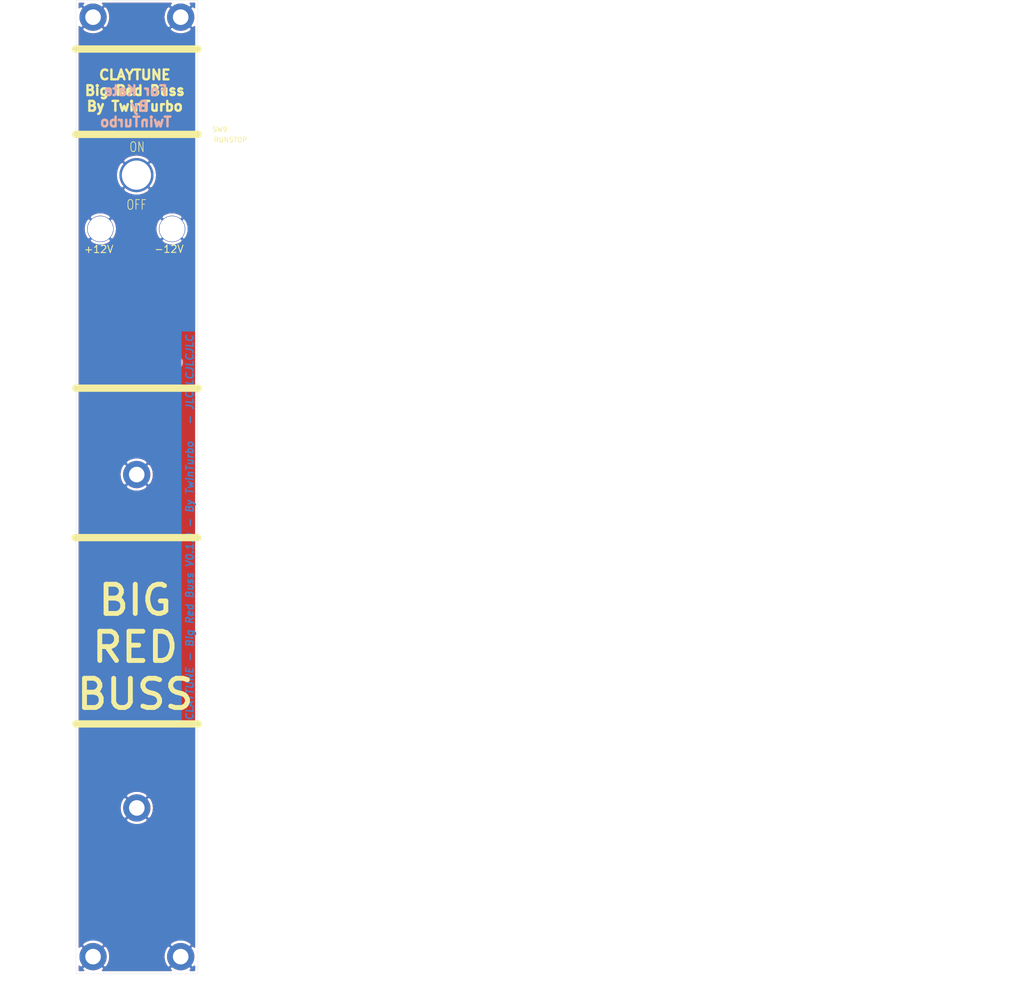
<source format=kicad_pcb>
(kicad_pcb (version 20171130) (host pcbnew "(5.1.7)-1")
  (layers (0 F.Cu signal) (31 B.Cu signal) (34 B.Paste user) (35 F.Paste user) (36 B.SilkS user) (37 F.SilkS user) (38 B.Mask user) (39 F.Mask user) (44 Edge.Cuts user))
  (net 0 "")
  (net 1 GND)
  (module RobsFoots:FP-MINITOGLE (layer F.Cu) (at 91.66 54.66)
    (fp_text reference SW9 (at 17.15 -9.4) (layer F.SilkS))
    (fp_text value RUNSTOP (at 19.31 -7.25) (layer F.SilkS))
    (pad 2 thru_hole circle (at 0 0) (size 7 7) (drill 6) (layers *.Cu *.Mask) (net 1 GND))
  )
  (module RobsFoots:FP-LED_D5.0mm (layer F.Cu) (at 84.242 64.44 270)
    (fp_text reference +12V (at 5.45 0.332) (layer F.SilkS) (effects (font (size 1.5 1.5) (thickness 0.2))))
    (fp_text value "LED +12")
    (pad 1 thru_hole circle (at 1.27 0 270) (size 5.4 5.4) (drill 5.2) (layers *.Cu *.Mask) (net 1 GND))
  )
  (module RobsFoots:FP-LED_D5.0mm (layer F.Cu) (at 98.974 64.44 270)
    (fp_text reference -12V (at 5.41 0.624) (layer F.SilkS) (effects (font (size 1.5 1.5) (thickness 0.2))))
    (fp_text value "LED -12")
    (pad 1 thru_hole circle (at 1.27 0 270) (size 5.4 5.4) (drill 5.2) (layers *.Cu *.Mask) (net 1 GND))
  )
  (module MountingHole:MountingHole_3.2mm_M3_DIN965_Pad (layer F.Cu) (at 100.744 215.208)
    (fp_text reference H1 hide)
    (fp_text value MountingHole_Pad)
    (pad 1 thru_hole circle (at 0 0) (size 5.6 5.6) (drill 3.2) (layers *.Cu *.Mask) (net 1 GND))
  )
  (module MountingHole:MountingHole_3.2mm_M3_DIN965_Pad (layer F.Cu) (at 82.744 215.208)
    (fp_text reference H1 hide)
    (fp_text value MountingHole_Pad)
    (pad 1 thru_hole circle (at 0 0) (size 5.6 5.6) (drill 3.2) (layers *.Cu *.Mask) (net 1 GND))
  )
  (module MountingHole:MountingHole_3.2mm_M3_DIN965_Pad (layer F.Cu) (at 82.744 22.208)
    (fp_text reference H1 hide)
    (fp_text value MountingHole_Pad)
    (pad 1 thru_hole circle (at 0 0) (size 5.6 5.6) (drill 3.2) (layers *.Cu *.Mask) (net 1 GND))
  )
  (module MountingHole:MountingHole_3.2mm_M3_DIN965_Pad (layer B.Cu) (at 91.73 184.66 270)
    (fp_text reference H1 hide)
    (fp_text value MountingHole_Pad)
    (pad 1 thru_hole circle (at 0 0 270) (size 5.6 5.6) (drill 3.2) (layers *.Cu *.Mask) (net 1 GND))
  )
  (module MountingHole:MountingHole_3.2mm_M3_DIN965_Pad (layer B.Cu) (at 91.71 116.17 270)
    (fp_text reference H1 hide)
    (fp_text value MountingHole_Pad)
    (pad 1 thru_hole circle (at 0 0 270) (size 5.6 5.6) (drill 3.2) (layers *.Cu *.Mask) (net 1 GND))
  )
  (module MountingHole:MountingHole_3.2mm_M3_DIN965_Pad (layer F.Cu) (at 100.744 22.208)
    (fp_text reference H1 hide)
    (fp_text value MountingHole_Pad)
    (pad 1 thru_hole circle (at 0 0) (size 5.6 5.6) (drill 3.2) (layers *.Cu *.Mask) (net 1 GND))
  )
  (module ROBSLIBRARY:shoebw-cu (layer F.Cu) (at 91.45 130.98)
    (fp_text reference G*** hide)
    (fp_text value LOGO hide)
  )
  (module ROBSLIBRARY:GFX1FC (layer F.Cu) (at 90.8 83.17)
    (fp_text reference G*** hide)
    (fp_text value LOGO hide)
    (fp_poly (pts (xy -0.626714 -12.016411) (xy -0.613292 -11.967234) (xy -0.610211 -11.911306) (xy -0.587917 -11.778919) (xy -0.546647 -11.695695) (xy -0.5087 -11.630453) (xy -0.48597 -11.581469) (xy -0.483083 -11.569233) (xy -0.461179 -11.534612) (xy -0.400293 -11.483633) (xy -0.307662 -11.42114) (xy -0.190526 -11.351974) (xy -0.056123 -11.280977) (xy -0.040861 -11.273395) (xy 0.057472 -11.225952) (xy 0.139304 -11.188527) (xy 0.193633 -11.166042) (xy 0.208733 -11.161761) (xy 0.2554 -11.144212) (xy 0.320312 -11.099367) (xy 0.390665 -11.038935) (xy 0.453657 -10.974621) (xy 0.496485 -10.918132) (xy 0.507662 -10.888438) (xy 0.521635 -10.858842) (xy 0.529225 -10.856656) (xy 0.552358 -10.835935) (xy 0.583986 -10.784479) (xy 0.592377 -10.767667) (xy 0.614931 -10.704392) (xy 0.605764 -10.679246) (xy 0.567242 -10.692623) (xy 0.50173 -10.744918) (xy 0.49474 -10.751407) (xy 0.427252 -10.808212) (xy 0.347592 -10.866112) (xy 0.269419 -10.91621) (xy 0.206393 -10.949612) (xy 0.176974 -10.958358) (xy 0.127424 -10.971468) (xy 0.047089 -11.006561) (xy -0.052592 -11.057282) (xy -0.160182 -11.117278) (xy -0.264243 -11.180193) (xy -0.353335 -11.239673) (xy -0.4117 -11.285403) (xy -0.516734 -11.401558) (xy -0.600693 -11.537058) (xy -0.659293 -11.680328) (xy -0.688248 -11.819791) (xy -0.683274 -11.943872) (xy -0.671054 -11.986008) (xy -0.647259 -12.024255) (xy -0.626714 -12.016411)) (layer F.Cu) (width 0.01))
    (fp_poly (pts (xy -1.130404 -11.820393) (xy -1.113893 -11.769762) (xy -1.10077 -11.694935) (xy -1.09395 -11.60921) (xy -1.093573 -11.588019) (xy -1.072501 -11.50015) (xy -1.013226 -11.392605) (xy -0.920743 -11.272532) (xy -0.80005 -11.147078) (xy -0.758922 -11.109314) (xy -0.63225 -10.983665) (xy -0.520601 -10.848942) (xy -0.43101 -10.715351) (xy -0.370509 -10.593094) (xy -0.348217 -10.513413) (xy -0.334055 -10.432061) (xy -0.318622 -10.363198) (xy -0.316178 -10.354504) (xy -0.317062 -10.308987) (xy -0.347067 -10.296116) (xy -0.393281 -10.319921) (xy -0.401722 -10.327807) (xy -0.426495 -10.376656) (xy -0.432233 -10.415913) (xy -0.451627 -10.489331) (xy -0.507476 -10.589067) (xy -0.596284 -10.709983) (xy -0.714552 -10.846942) (xy -0.755372 -10.890515) (xy -0.920949 -11.076634) (xy -1.046044 -11.246078) (xy -1.127262 -11.38814) (xy -1.147118 -11.451079) (xy -1.161306 -11.538156) (xy -1.169159 -11.634632) (xy -1.170012 -11.725771) (xy -1.163198 -11.796836) (xy -1.148051 -11.833089) (xy -1.147389 -11.83353) (xy -1.130404 -11.820393)) (layer F.Cu) (width 0.01))
    (fp_poly (pts (xy 0.173733 -9.751618) (xy 0.16993 -9.70691) (xy 0.155454 -9.692292) (xy 0.129558 -9.662199) (xy 0.127127 -9.64683) (xy 0.1127 -9.614377) (xy 0.101701 -9.61081) (xy 0.07693 -9.617634) (xy 0.076276 -9.619617) (xy 0.086602 -9.645732) (xy 0.112195 -9.699406) (xy 0.11998 -9.714962) (xy 0.148944 -9.766679) (xy 0.16498 -9.775875) (xy 0.173733 -9.751618)) (layer F.Cu) (width 0.01))
    (fp_poly (pts (xy -0.057117 -9.503609) (xy 0.020983 -9.489186) (xy 0.072403 -9.468956) (xy 0.08795 -9.446037) (xy 0.075414 -9.431762) (xy 0.029475 -9.418141) (xy -0.044841 -9.410398) (xy -0.130907 -9.408486) (xy -0.212095 -9.412356) (xy -0.271781 -9.42196) (xy -0.292393 -9.432832) (xy -0.29781 -9.473437) (xy -0.255538 -9.499017) (xy -0.166646 -9.508989) (xy -0.152708 -9.509109) (xy -0.057117 -9.503609)) (layer F.Cu) (width 0.01))
    (fp_poly (pts (xy -0.046682 -9.272752) (xy -0.038138 -9.254854) (xy -0.067423 -9.23144) (xy -0.112611 -9.245937) (xy -0.127127 -9.254854) (xy -0.144031 -9.272381) (xy -0.117096 -9.27929) (xy -0.093845 -9.279891) (xy -0.046682 -9.272752)) (layer F.Cu) (width 0.01))
    (fp_poly (pts (xy 0.026826 -11.936175) (xy 0.039409 -11.927294) (xy 0.074467 -11.915215) (xy 0.146858 -11.902739) (xy 0.243128 -11.892006) (xy 0.279679 -11.889079) (xy 0.460434 -11.874677) (xy 0.596417 -11.860473) (xy 0.693698 -11.845657) (xy 0.758348 -11.829417) (xy 0.775475 -11.822768) (xy 0.828912 -11.799191) (xy 0.905539 -11.765566) (xy 0.942524 -11.749382) (xy 1.086635 -11.65992) (xy 1.211044 -11.530852) (xy 1.312411 -11.370717) (xy 1.387395 -11.188056) (xy 1.432655 -10.991408) (xy 1.44485 -10.789315) (xy 1.420639 -10.590316) (xy 1.411111 -10.551551) (xy 1.390558 -10.447106) (xy 1.376798 -10.3239) (xy 1.373274 -10.24009) (xy 1.368397 -10.145327) (xy 1.356026 -10.086457) (xy 1.338961 -10.067398) (xy 1.320004 -10.092068) (xy 1.305489 -10.145273) (xy 1.288023 -10.203811) (xy 1.267987 -10.235763) (xy 1.256526 -10.266436) (xy 1.248525 -10.332916) (xy 1.245846 -10.411711) (xy 1.242938 -10.49744) (xy 1.235354 -10.560752) (xy 1.225815 -10.586355) (xy 1.214394 -10.587433) (xy 1.200091 -10.571613) (xy 1.178905 -10.531293) (xy 1.146836 -10.458869) (xy 1.100465 -10.348148) (xy 1.070032 -10.277537) (xy 1.044166 -10.22206) (xy 1.041711 -10.217262) (xy 1.036629 -10.180614) (xy 1.071832 -10.161766) (xy 1.105626 -10.139232) (xy 1.099251 -10.111514) (xy 1.058778 -10.094584) (xy 1.046027 -10.093893) (xy 0.98595 -10.073948) (xy 0.946435 -10.026383) (xy 0.94074 -9.998598) (xy 0.933071 -9.969746) (xy 0.907999 -9.918309) (xy 0.862434 -9.838756) (xy 0.793282 -9.725556) (xy 0.744396 -9.647463) (xy 0.710152 -9.589195) (xy 0.673382 -9.521821) (xy 0.591482 -9.390689) (xy 0.488618 -9.263829) (xy 0.374523 -9.150412) (xy 0.258927 -9.059605) (xy 0.151564 -9.000578) (xy 0.104616 -8.985972) (xy 0.036732 -8.966518) (xy -0.004588 -8.949103) (xy -0.055618 -8.933924) (xy -0.138127 -8.920846) (xy -0.233694 -8.911476) (xy -0.323899 -8.907422) (xy -0.390322 -8.910293) (xy -0.406807 -8.913991) (xy -0.471496 -8.93933) (xy -0.556208 -8.975568) (xy -0.673774 -9.028191) (xy -0.754975 -9.074736) (xy -0.847491 -9.143175) (xy -0.944147 -9.226134) (xy -1.037766 -9.31624) (xy -1.121174 -9.406122) (xy -1.187196 -9.488406) (xy -1.228655 -9.555719) (xy -1.233976 -9.580334) (xy -1.138897 -9.580334) (xy -1.107222 -9.529419) (xy -1.086596 -9.503244) (xy -1.037115 -9.451426) (xy -1.002973 -9.432353) (xy -0.991592 -9.447217) (xy -1.009469 -9.496669) (xy -1.051445 -9.551718) (xy -1.093876 -9.585697) (xy -1.134508 -9.59976) (xy -1.138897 -9.580334) (xy -1.233976 -9.580334) (xy -1.238377 -9.60069) (xy -1.236114 -9.605987) (xy -1.244246 -9.637311) (xy -1.284816 -9.690485) (xy -1.349767 -9.756601) (xy -1.431042 -9.826751) (xy -1.447455 -9.839639) (xy -1.522109 -9.898046) (xy -1.570282 -9.939275) (xy -1.605973 -9.976927) (xy -1.643181 -10.024598) (xy -1.656848 -10.043043) (xy -1.737347 -10.186992) (xy -1.787277 -10.361662) (xy -1.80804 -10.57245) (xy -1.808838 -10.629194) (xy -1.803761 -10.775455) (xy -1.785811 -10.904536) (xy -1.750905 -11.03345) (xy -1.694961 -11.179211) (xy -1.65523 -11.269455) (xy -1.607012 -11.358849) (xy -1.568992 -11.400078) (xy -1.545649 -11.395502) (xy -1.54146 -11.347485) (xy -1.560905 -11.258388) (xy -1.571562 -11.225325) (xy -1.602221 -11.116363) (xy -1.62677 -10.991937) (xy -1.64437 -10.862802) (xy -1.654179 -10.73971) (xy -1.655357 -10.633417) (xy -1.647062 -10.554677) (xy -1.628454 -10.514243) (xy -1.627228 -10.513413) (xy -1.607665 -10.478424) (xy -1.601802 -10.434623) (xy -1.581907 -10.341174) (xy -1.529197 -10.238714) (xy -1.454134 -10.144933) (xy -1.40499 -10.101867) (xy -1.34558 -10.056648) (xy -1.304998 -10.024032) (xy -1.296697 -10.01642) (xy -1.268716 -9.995402) (xy -1.213975 -9.959887) (xy -1.191722 -9.946187) (xy -1.078138 -9.860111) (xy -0.972919 -9.74953) (xy -0.884295 -9.626342) (xy -0.820497 -9.50245) (xy -0.789754 -9.389751) (xy -0.788188 -9.362733) (xy -0.78501 -9.326125) (xy -0.771664 -9.293351) (xy -0.74243 -9.260424) (xy -0.69159 -9.22336) (xy -0.613425 -9.178172) (xy -0.502218 -9.120874) (xy -0.352249 -9.047482) (xy -0.299094 -9.02185) (xy -0.234808 -9.003888) (xy -0.167909 -9.003096) (xy -0.120815 -9.018967) (xy -0.114415 -9.026026) (xy -0.079928 -9.044575) (xy -0.026272 -9.051451) (xy 0.061286 -9.068956) (xy 0.166821 -9.115507) (xy 0.274507 -9.182158) (xy 0.368522 -9.259964) (xy 0.397962 -9.291281) (xy 0.455827 -9.365444) (xy 0.524666 -9.463521) (xy 0.590294 -9.565236) (xy 0.594828 -9.572672) (xy 0.692918 -9.734748) (xy 0.766544 -9.857438) (xy 0.817977 -9.944614) (xy 0.849488 -10.000144) (xy 0.863351 -10.0279) (xy 0.864464 -10.032019) (xy 0.841945 -10.042775) (xy 0.777091 -10.033316) (xy 0.673955 -10.004254) (xy 0.667897 -10.002307) (xy 0.597889 -9.981339) (xy 0.546865 -9.975332) (xy 0.495392 -9.98633) (xy 0.42404 -10.016376) (xy 0.391654 -10.031363) (xy 0.267025 -10.095088) (xy 0.18691 -10.149341) (xy 0.153456 -10.192612) (xy 0.152552 -10.199536) (xy 0.172731 -10.2184) (xy 0.220994 -10.216893) (xy 0.273668 -10.198073) (xy 0.425104 -10.141155) (xy 0.572033 -10.127488) (xy 0.650728 -10.14001) (xy 0.738176 -10.158968) (xy 0.818682 -10.169443) (xy 0.837541 -10.17017) (xy 0.897373 -10.182363) (xy 0.939378 -10.227732) (xy 0.951591 -10.250352) (xy 0.984194 -10.328804) (xy 0.983915 -10.380195) (xy 0.948161 -10.418309) (xy 0.916578 -10.436484) (xy 0.850181 -10.458067) (xy 0.748146 -10.470711) (xy 0.603481 -10.475237) (xy 0.586047 -10.475275) (xy 0.470586 -10.477619) (xy 0.384944 -10.484113) (xy 0.337423 -10.493946) (xy 0.33053 -10.500216) (xy 0.352401 -10.522548) (xy 0.40045 -10.538759) (xy 0.470966 -10.553403) (xy 0.558141 -10.572657) (xy 0.578793 -10.577382) (xy 0.701275 -10.598463) (xy 0.797872 -10.594804) (xy 0.88822 -10.564335) (xy 0.934606 -10.53988) (xy 1.042886 -10.477971) (xy 1.08401 -10.571968) (xy 1.106332 -10.646689) (xy 1.120236 -10.753546) (xy 1.126659 -10.900665) (xy 1.127213 -10.945645) (xy 1.127345 -11.07043) (xy 1.124017 -11.157246) (xy 1.114946 -11.218961) (xy 1.097848 -11.268442) (xy 1.07044 -11.318558) (xy 1.057292 -11.339739) (xy 1.000933 -11.420354) (xy 0.940903 -11.493106) (xy 0.916795 -11.517717) (xy 0.84948 -11.570459) (xy 0.765725 -11.623125) (xy 0.681849 -11.666759) (xy 0.614168 -11.692404) (xy 0.592581 -11.695695) (xy 0.543991 -11.70568) (xy 0.478277 -11.729892) (xy 0.474213 -11.731697) (xy 0.392879 -11.761597) (xy 0.317818 -11.780455) (xy 0.155363 -11.816001) (xy 0.041984 -11.860232) (xy -0.009489 -11.897287) (xy -0.041463 -11.934753) (xy -0.035341 -11.948986) (xy -0.023448 -11.94995) (xy 0.026826 -11.936175)) (layer F.Cu) (width 0.01))
    (fp_poly (pts (xy 1.573731 -11.976791) (xy 1.632982 -11.92719) (xy 1.701907 -11.84251) (xy 1.773061 -11.735556) (xy 1.838998 -11.619133) (xy 1.892274 -11.506045) (xy 1.925444 -11.409096) (xy 1.932715 -11.359367) (xy 1.941542 -11.298499) (xy 1.962968 -11.219663) (xy 1.969737 -11.199899) (xy 1.988007 -11.119693) (xy 2.000497 -11.005749) (xy 2.00714 -10.872062) (xy 2.007867 -10.732627) (xy 2.00261 -10.601439) (xy 1.991302 -10.492493) (xy 1.973875 -10.419784) (xy 1.97352 -10.41893) (xy 1.942204 -10.336557) (xy 1.911751 -10.244869) (xy 1.908406 -10.233733) (xy 1.869281 -10.11406) (xy 1.813523 -9.965476) (xy 1.778506 -9.877777) (xy 1.735141 -9.74418) (xy 1.713282 -9.61711) (xy 1.714966 -9.511606) (xy 1.723997 -9.475035) (xy 1.745038 -9.40302) (xy 1.754331 -9.343856) (xy 1.754354 -9.341858) (xy 1.772988 -9.288749) (xy 1.82427 -9.211865) (xy 1.901272 -9.119358) (xy 1.997063 -9.019382) (xy 2.104714 -8.92009) (xy 2.133887 -8.895311) (xy 2.251411 -8.795335) (xy 2.361085 -8.698386) (xy 2.456501 -8.610496) (xy 2.531251 -8.537698) (xy 2.578925 -8.486023) (xy 2.593393 -8.462796) (xy 2.584851 -8.444526) (xy 2.553339 -8.447311) (xy 2.49003 -8.472866) (xy 2.453553 -8.489978) (xy 2.37342 -8.527478) (xy 2.272533 -8.573541) (xy 2.199299 -8.606366) (xy 2.040148 -8.678088) (xy 1.91914 -8.735845) (xy 1.827283 -8.784753) (xy 1.755586 -8.829928) (xy 1.695057 -8.87649) (xy 1.644474 -8.922118) (xy 1.548737 -9.027951) (xy 1.477961 -9.144214) (xy 1.426814 -9.282961) (xy 1.389968 -9.456245) (xy 1.380631 -9.518754) (xy 1.38291 -9.623544) (xy 1.413867 -9.765681) (xy 1.473838 -9.94626) (xy 1.56316 -10.166373) (xy 1.617915 -10.289366) (xy 1.651135 -10.368599) (xy 1.672985 -10.432978) (xy 1.678078 -10.459487) (xy 1.692969 -10.503447) (xy 1.703503 -10.513413) (xy 1.712044 -10.543033) (xy 1.718861 -10.613895) (xy 1.723929 -10.716417) (xy 1.727224 -10.84102) (xy 1.728719 -10.978121) (xy 1.728391 -11.118141) (xy 1.726214 -11.251498) (xy 1.722162 -11.368611) (xy 1.716211 -11.4599) (xy 1.708336 -11.515784) (xy 1.706151 -11.522877) (xy 1.68458 -11.583959) (xy 1.658291 -11.665797) (xy 1.65012 -11.692702) (xy 1.623087 -11.767585) (xy 1.594553 -11.823743) (xy 1.585164 -11.835827) (xy 1.555231 -11.883711) (xy 1.53605 -11.936903) (xy 1.527148 -11.984333) (xy 1.541431 -11.992134) (xy 1.573731 -11.976791)) (layer F.Cu) (width 0.01))
    (fp_poly (pts (xy 0.738769 -9.175116) (xy 0.748976 -9.131335) (xy 0.754815 -9.054262) (xy 0.755153 -8.969779) (xy 0.759664 -8.85068) (xy 0.785865 -8.767138) (xy 0.84098 -8.705957) (xy 0.926686 -8.656539) (xy 1.003283 -8.626983) (xy 1.11402 -8.592288) (xy 1.243059 -8.556706) (xy 1.374563 -8.524491) (xy 1.492697 -8.499895) (xy 1.538238 -8.492303) (xy 1.765557 -8.436342) (xy 1.963332 -8.339252) (xy 2.13379 -8.199601) (xy 2.278752 -8.016586) (xy 2.343957 -7.894284) (xy 2.365422 -7.790217) (xy 2.342942 -7.69634) (xy 2.27631 -7.604608) (xy 2.267972 -7.596012) (xy 2.191763 -7.530859) (xy 2.115925 -7.497871) (xy 2.059459 -7.488219) (xy 1.973789 -7.486485) (xy 1.898751 -7.49748) (xy 1.881481 -7.503423) (xy 1.84832 -7.520127) (xy 1.84555 -7.533836) (xy 1.879247 -7.550787) (xy 1.952377 -7.576173) (xy 2.026893 -7.602359) (xy 2.078013 -7.622757) (xy 2.092216 -7.630721) (xy 2.107345 -7.657783) (xy 2.129379 -7.697202) (xy 2.154056 -7.754632) (xy 2.161161 -7.789798) (xy 2.143499 -7.830542) (xy 2.097247 -7.8933) (xy 2.032506 -7.967089) (xy 1.959377 -8.040925) (xy 1.88796 -8.103825) (xy 1.841767 -8.13711) (xy 1.759586 -8.180955) (xy 1.660137 -8.224307) (xy 1.560419 -8.260746) (xy 1.47743 -8.283856) (xy 1.440308 -8.288688) (xy 1.392984 -8.295257) (xy 1.313689 -8.315933) (xy 1.197467 -8.35217) (xy 1.039364 -8.405422) (xy 1.021356 -8.411637) (xy 0.858405 -8.488608) (xy 0.737258 -8.591407) (xy 0.65954 -8.717973) (xy 0.626875 -8.866246) (xy 0.626061 -8.913008) (xy 0.634958 -8.998125) (xy 0.654541 -9.078179) (xy 0.680312 -9.142716) (xy 0.707777 -9.181278) (xy 0.73244 -9.183409) (xy 0.738769 -9.175116)) (layer F.Cu) (width 0.01))
    (fp_poly (pts (xy -0.142 -8.161694) (xy -0.062479 -8.132492) (xy 0.048024 -8.08166) (xy 0.083498 -8.063924) (xy 0.219556 -7.997417) (xy 0.3766 -7.924534) (xy 0.528251 -7.857403) (xy 0.583209 -7.834166) (xy 0.834513 -7.722354) (xy 1.04102 -7.612326) (xy 1.208335 -7.499099) (xy 1.342061 -7.377692) (xy 1.4478 -7.243124) (xy 1.531155 -7.090412) (xy 1.589702 -6.939294) (xy 1.609405 -6.848058) (xy 1.621198 -6.726469) (xy 1.625359 -6.588194) (xy 1.622168 -6.4469) (xy 1.611902 -6.316256) (xy 1.594838 -6.209928) (xy 1.573557 -6.145672) (xy 1.542949 -6.102128) (xy 1.519289 -6.091642) (xy 1.517974 -6.092702) (xy 1.510592 -6.124102) (xy 1.504694 -6.194896) (xy 1.500997 -6.293636) (xy 1.5001 -6.377995) (xy 1.491057 -6.59359) (xy 1.461555 -6.775362) (xy 1.408032 -6.937447) (xy 1.326928 -7.093982) (xy 1.31477 -7.113709) (xy 1.22842 -7.233368) (xy 1.124063 -7.341303) (xy 0.994736 -7.442611) (xy 0.833478 -7.542389) (xy 0.633326 -7.645733) (xy 0.508508 -7.703961) (xy 0.422465 -7.747004) (xy 0.313748 -7.807161) (xy 0.193911 -7.877373) (xy 0.074508 -7.950582) (xy -0.032908 -8.01973) (xy -0.116784 -8.077758) (xy -0.160535 -8.11269) (xy -0.194442 -8.152475) (xy -0.187126 -8.168582) (xy -0.142 -8.161694)) (layer F.Cu) (width 0.01))
    (fp_poly (pts (xy -1.969328 -10.44257) (xy -1.960117 -10.415102) (xy -1.962588 -10.359005) (xy -1.976641 -10.265836) (xy -1.987421 -10.205738) (xy -1.999483 -10.012278) (xy -1.967698 -9.820651) (xy -1.917442 -9.690359) (xy -1.855291 -9.602632) (xy -1.747491 -9.496232) (xy -1.595243 -9.372248) (xy -1.452503 -9.268302) (xy -1.344627 -9.18905) (xy -1.236408 -9.103441) (xy -1.145636 -9.025752) (xy -1.117855 -8.999758) (xy -1.025332 -8.894519) (xy -0.949384 -8.779228) (xy -0.896099 -8.665874) (xy -0.871564 -8.566447) (xy -0.873263 -8.51802) (xy -0.875497 -8.469751) (xy -0.859172 -8.41528) (xy -0.819316 -8.342268) (xy -0.77468 -8.273411) (xy -0.721504 -8.191531) (xy -0.681647 -8.125241) (xy -0.662006 -8.086166) (xy -0.661061 -8.081918) (xy -0.644584 -8.059954) (xy -0.641992 -8.059733) (xy -0.619669 -8.04005) (xy -0.578081 -7.988128) (xy -0.525529 -7.914464) (xy -0.516099 -7.90053) (xy -0.446646 -7.803336) (xy -0.359589 -7.690195) (xy -0.271637 -7.582689) (xy -0.255414 -7.56377) (xy -0.094452 -7.37725) (xy 0.035288 -7.225428) (xy 0.136478 -7.105093) (xy 0.21179 -7.013031) (xy 0.263894 -6.946032) (xy 0.294118 -6.903003) (xy 0.341443 -6.83494) (xy 0.387225 -6.77778) (xy 0.387535 -6.777438) (xy 0.421177 -6.734081) (xy 0.432232 -6.709923) (xy 0.447294 -6.681781) (xy 0.486038 -6.628789) (xy 0.521221 -6.585185) (xy 0.570731 -6.522007) (xy 0.603039 -6.473263) (xy 0.61021 -6.455652) (xy 0.601392 -6.436164) (xy 0.572133 -6.438787) (xy 0.518227 -6.465826) (xy 0.435467 -6.519588) (xy 0.319646 -6.602378) (xy 0.254254 -6.650735) (xy 0.083274 -6.786382) (xy -0.0939 -6.941657) (xy -0.267888 -7.107219) (xy -0.429311 -7.273725) (xy -0.568791 -7.431833) (xy -0.67695 -7.572201) (xy -0.689985 -7.591287) (xy -0.849593 -7.844354) (xy -0.974485 -8.075735) (xy -1.027355 -8.190329) (xy -1.066566 -8.259668) (xy -1.126785 -8.343963) (xy -1.178766 -8.406445) (xy -1.27852 -8.499243) (xy -1.38512 -8.557947) (xy -1.508012 -8.584714) (xy -1.656639 -8.581703) (xy -1.8254 -8.554246) (xy -1.92713 -8.508308) (xy -2.009511 -8.420504) (xy -2.070235 -8.296881) (xy -2.106996 -8.143484) (xy -2.117484 -7.966358) (xy -2.1063 -7.818318) (xy -2.091398 -7.715549) (xy -2.076019 -7.62752) (xy -2.063056 -7.570454) (xy -2.060964 -7.564064) (xy -2.029859 -7.490452) (xy -1.984159 -7.39466) (xy -1.93204 -7.292549) (xy -1.881677 -7.199982) (xy -1.841247 -7.13282) (xy -1.831617 -7.119119) (xy -1.788342 -7.060178) (xy -1.729 -6.977019) (xy -1.659354 -6.877986) (xy -1.585165 -6.771427) (xy -1.512197 -6.665685) (xy -1.446211 -6.569107) (xy -1.392968 -6.490038) (xy -1.358232 -6.436823) (xy -1.347548 -6.418012) (xy -1.333651 -6.389424) (xy -1.322453 -6.374352) (xy -1.265136 -6.300214) (xy -1.197467 -6.207088) (xy -1.132799 -6.113838) (xy -1.084489 -6.039329) (xy -1.080212 -6.032182) (xy -1.044309 -5.978699) (xy -1.017023 -5.950734) (xy -1.013249 -5.949549) (xy -0.991302 -5.928884) (xy -0.980872 -5.905055) (xy -0.956582 -5.861) (xy -0.910166 -5.797596) (xy -0.877945 -5.758858) (xy -0.827679 -5.696148) (xy -0.795272 -5.645883) (xy -0.788676 -5.627494) (xy -0.772891 -5.593048) (xy -0.766692 -5.589356) (xy -0.741181 -5.564792) (xy -0.697558 -5.510209) (xy -0.645068 -5.43845) (xy -0.592958 -5.362357) (xy -0.550474 -5.294776) (xy -0.536365 -5.269419) (xy -0.523199 -5.224536) (xy -0.539969 -5.210191) (xy -0.576922 -5.225138) (xy -0.624302 -5.268131) (xy -0.635865 -5.282132) (xy -0.684085 -5.339961) (xy -0.750198 -5.414758) (xy -0.797679 -5.466466) (xy -0.871588 -5.549431) (xy -0.944146 -5.637143) (xy -0.978977 -5.682582) (xy -1.031915 -5.752045) (xy -1.079615 -5.809686) (xy -1.094922 -5.826262) (xy -1.133141 -5.868481) (xy -1.189009 -5.934409) (xy -1.235685 -5.991527) (xy -1.300054 -6.070722) (xy -1.381832 -6.170081) (xy -1.465617 -6.270913) (xy -1.483925 -6.292792) (xy -1.573178 -6.399394) (xy -1.638289 -6.477838) (xy -1.687791 -6.538933) (xy -1.730213 -6.593489) (xy -1.774088 -6.652313) (xy -1.827946 -6.726216) (xy -1.849844 -6.756417) (xy -1.909264 -6.840887) (xy -1.955051 -6.910733) (xy -1.98033 -6.955248) (xy -1.983183 -6.964058) (xy -2.002416 -6.994741) (xy -2.005696 -6.996229) (xy -2.034405 -7.024634) (xy -2.078577 -7.088419) (xy -2.132202 -7.17687) (xy -2.18927 -7.27927) (xy -2.243771 -7.384907) (xy -2.289696 -7.483065) (xy -2.317055 -7.551351) (xy -2.350451 -7.676454) (xy -2.370138 -7.814884) (xy -2.375835 -7.952634) (xy -2.367263 -8.075696) (xy -2.344143 -8.170065) (xy -2.32997 -8.19786) (xy -2.299829 -8.252767) (xy -2.288289 -8.290109) (xy -2.273427 -8.328186) (xy -2.235205 -8.391744) (xy -2.183171 -8.467496) (xy -2.126871 -8.542153) (xy -2.075852 -8.602429) (xy -2.04105 -8.634219) (xy -1.919427 -8.706528) (xy -1.825052 -8.754808) (xy -1.743403 -8.78403) (xy -1.659954 -8.799162) (xy -1.560181 -8.805173) (xy -1.539923 -8.805658) (xy -1.334835 -8.809909) (xy -1.156857 -8.67062) (xy -1.075084 -8.605403) (xy -1.008707 -8.550195) (xy -0.968056 -8.513684) (xy -0.961193 -8.506091) (xy -0.937358 -8.484857) (xy -0.927791 -8.499395) (xy -0.933776 -8.536311) (xy -0.95424 -8.578712) (xy -1.037042 -8.683879) (xy -1.150963 -8.791453) (xy -1.302016 -8.906599) (xy -1.454047 -9.007898) (xy -1.629246 -9.127528) (xy -1.785217 -9.249852) (xy -1.91504 -9.368608) (xy -2.011799 -9.477535) (xy -2.063946 -9.55996) (xy -2.127288 -9.724648) (xy -2.155299 -9.87157) (xy -2.153077 -9.957121) (xy -2.125471 -10.118873) (xy -2.093134 -10.255472) (xy -2.058198 -10.360463) (xy -2.022796 -10.427394) (xy -1.990322 -10.449849) (xy -1.969328 -10.44257)) (layer F.Cu) (width 0.01))
    (fp_poly (pts (xy 2.059963 -4.405833) (xy 2.100861 -4.387824) (xy 2.11031 -4.375192) (xy 2.129178 -4.352869) (xy 2.179487 -4.308472) (xy 2.251789 -4.250162) (xy 2.281932 -4.226917) (xy 2.366142 -4.160811) (xy 2.437906 -4.101) (xy 2.484762 -4.057971) (xy 2.491762 -4.050311) (xy 2.526973 -4.007715) (xy 2.582251 -3.940443) (xy 2.644314 -3.864664) (xy 2.702541 -3.793828) (xy 2.747825 -3.739429) (xy 2.770879 -3.712618) (xy 2.771371 -3.712112) (xy 2.796652 -3.674835) (xy 2.839872 -3.597894) (xy 2.897841 -3.487879) (xy 2.967367 -3.351378) (xy 3.045261 -3.194979) (xy 3.128332 -3.025274) (xy 3.213389 -2.84885) (xy 3.297242 -2.672296) (xy 3.3767 -2.502202) (xy 3.448574 -2.345158) (xy 3.509672 -2.207751) (xy 3.556803 -2.096571) (xy 3.571598 -2.059459) (xy 3.605373 -1.978022) (xy 3.651754 -1.873269) (xy 3.700864 -1.767495) (xy 3.702178 -1.764745) (xy 3.742842 -1.677708) (xy 3.773176 -1.608983) (xy 3.787808 -1.570851) (xy 3.788388 -1.567698) (xy 3.77336 -1.552154) (xy 3.740264 -1.567961) (xy 3.7246 -1.583699) (xy 3.58207 -1.772367) (xy 3.44744 -1.983183) (xy 3.40802 -2.05386) (xy 3.356901 -2.150243) (xy 3.298608 -2.263238) (xy 3.237666 -2.383752) (xy 3.1786 -2.502689) (xy 3.125936 -2.610955) (xy 3.084199 -2.699456) (xy 3.057914 -2.759099) (xy 3.051051 -2.779773) (xy 3.040823 -2.80928) (xy 3.013418 -2.873882) (xy 2.973751 -2.962871) (xy 2.926738 -3.065541) (xy 2.877295 -3.171186) (xy 2.830337 -3.269098) (xy 2.790781 -3.348571) (xy 2.782993 -3.3636) (xy 2.62542 -3.628967) (xy 2.433694 -3.893255) (xy 2.273814 -4.081293) (xy 2.190856 -4.174184) (xy 2.11863 -4.258766) (xy 2.065451 -4.325067) (xy 2.040894 -4.360595) (xy 2.022437 -4.401878) (xy 2.035526 -4.411038) (xy 2.059963 -4.405833)) (layer F.Cu) (width 0.01))
    (fp_poly (pts (xy -0.612556 -4.657634) (xy -0.600819 -4.633783) (xy -0.577269 -4.581405) (xy -0.541344 -4.51582) (xy -0.539665 -4.513013) (xy -0.497297 -4.41726) (xy -0.457623 -4.27816) (xy -0.422753 -4.103215) (xy -0.420482 -4.089424) (xy -0.415451 -4.046007) (xy -0.420974 -4.010272) (xy -0.443413 -3.972828) (xy -0.489131 -3.924286) (xy -0.56449 -3.855256) (xy -0.601368 -3.822457) (xy -0.987639 -3.464745) (xy -1.325479 -3.119905) (xy -1.615469 -2.787253) (xy -1.858188 -2.466101) (xy -2.054217 -2.155763) (xy -2.132815 -2.008608) (xy -2.186184 -1.904016) (xy -2.236767 -1.808132) (xy -2.276491 -1.73614) (xy -2.288281 -1.716216) (xy -2.320774 -1.655816) (xy -2.336975 -1.610525) (xy -2.337281 -1.607652) (xy -2.351202 -1.567991) (xy -2.384212 -1.505228) (xy -2.402703 -1.474674) (xy -2.440667 -1.409268) (xy -2.463393 -1.359943) (xy -2.466267 -1.347547) (xy -2.478933 -1.311692) (xy -2.51097 -1.251491) (xy -2.52983 -1.22042) (xy -2.568111 -1.151934) (xy -2.590757 -1.096257) (xy -2.593394 -1.081085) (xy -2.606966 -1.046927) (xy -2.618819 -1.042442) (xy -2.639907 -1.02129) (xy -2.644245 -0.994704) (xy -2.662711 -0.938528) (xy -2.682383 -0.915315) (xy -2.715019 -0.865115) (xy -2.720521 -0.835925) (xy -2.731786 -0.796331) (xy -2.745946 -0.788188) (xy -2.767035 -0.767036) (xy -2.771372 -0.74045) (xy -2.789838 -0.684273) (xy -2.80951 -0.661061) (xy -2.841498 -0.621132) (xy -2.847351 -0.60074) (xy -2.857816 -0.566884) (xy -2.886237 -0.498838) (xy -2.927748 -0.407856) (xy -2.958714 -0.343243) (xy -3.018177 -0.221129) (xy -3.089263 -0.074766) (xy -3.16151 0.074289) (xy -3.205518 0.165266) (xy -3.263655 0.28358) (xy -3.319469 0.393662) (xy -3.366279 0.482535) (xy -3.395356 0.533934) (xy -3.428276 0.590872) (xy -3.477902 0.68081) (xy -3.537601 0.791569) (xy -3.600743 0.910971) (xy -3.603017 0.915316) (xy -3.767832 1.228662) (xy -3.912276 1.499622) (xy -4.038161 1.731568) (xy -4.1473 1.927868) (xy -4.157011 1.945045) (xy -4.206576 2.032761) (xy -4.253695 2.11643) (xy -4.274291 2.153147) (xy -4.31726 2.227003) (xy -4.369211 2.3125) (xy -4.384521 2.336976) (xy -4.422636 2.400124) (xy -4.445991 2.444151) (xy -4.44945 2.45427) (xy -4.461995 2.481519) (xy -4.494969 2.539881) (xy -4.541379 2.617642) (xy -4.594234 2.703091) (xy -4.646541 2.784516) (xy -4.647235 2.78557) (xy -4.680514 2.845571) (xy -4.694695 2.87943) (xy -4.717737 2.916967) (xy -4.732095 2.923924) (xy -4.754216 2.943024) (xy -4.754555 2.947022) (xy -4.768376 2.974386) (xy -4.80746 3.038209) (xy -4.868238 3.133065) (xy -4.947141 3.253526) (xy -5.040599 3.394165) (xy -5.145043 3.549555) (xy -5.256905 3.714268) (xy -5.313914 3.79757) (xy -5.349447 3.847433) (xy -5.401004 3.917566) (xy -5.459779 3.99627) (xy -5.516966 4.071848) (xy -5.563758 4.1326) (xy -5.591348 4.166828) (xy -5.594106 4.16977) (xy -5.61589 4.195538) (xy -5.657902 4.248668) (xy -5.695127 4.296897) (xy -5.793871 4.421608) (xy -5.890993 4.53638) (xy -5.981524 4.636189) (xy -6.060496 4.71601) (xy -6.122941 4.770818) (xy -6.16389 4.795588) (xy -6.178379 4.785669) (xy -6.162669 4.752885) (xy -6.130599 4.712858) (xy -6.088727 4.660768) (xy -6.036896 4.587012) (xy -6.012383 4.549155) (xy -5.968516 4.482645) (xy -5.933444 4.435634) (xy -5.9211 4.423004) (xy -5.898199 4.397573) (xy -5.853428 4.340235) (xy -5.794199 4.260657) (xy -5.753279 4.204127) (xy -5.665913 4.084024) (xy -5.566193 3.949717) (xy -5.472717 3.826205) (xy -5.453754 3.801561) (xy -5.385354 3.712252) (xy -5.327033 3.634656) (xy -5.287068 3.579856) (xy -5.275776 3.563232) (xy -5.245093 3.520087) (xy -5.19584 3.456654) (xy -5.167718 3.421952) (xy -5.120188 3.358567) (xy -5.090314 3.307858) (xy -5.085085 3.290737) (xy -5.064666 3.255613) (xy -5.046947 3.24526) (xy -5.013228 3.217014) (xy -5.008809 3.201971) (xy -4.995065 3.164075) (xy -4.961078 3.106674) (xy -4.9517 3.093115) (xy -4.908914 3.029607) (xy -4.855488 2.945479) (xy -4.797827 2.851468) (xy -4.742337 2.758316) (xy -4.695423 2.676762) (xy -4.663492 2.617545) (xy -4.652853 2.592056) (xy -4.632724 2.567909) (xy -4.614715 2.558774) (xy -4.581044 2.532723) (xy -4.576577 2.519449) (xy -4.563816 2.48913) (xy -4.529186 2.425617) (xy -4.47817 2.338586) (xy -4.424024 2.250151) (xy -4.363355 2.151901) (xy -4.314123 2.070329) (xy -4.281739 2.014524) (xy -4.271472 1.993857) (xy -4.259169 1.967156) (xy -4.228182 1.91362) (xy -4.211967 1.887333) (xy -4.15952 1.798777) (xy -4.088103 1.670817) (xy -4.000979 1.509785) (xy -3.901408 1.322011) (xy -3.792652 1.113829) (xy -3.67797 0.891567) (xy -3.560623 0.661559) (xy -3.443874 0.430134) (xy -3.330981 0.203625) (xy -3.225207 -0.011638) (xy -3.129811 -0.209323) (xy -3.102421 -0.266967) (xy -3.006536 -0.46952) (xy -2.927188 -0.636774) (xy -2.85923 -0.779424) (xy -2.797515 -0.908166) (xy -2.736896 -1.033695) (xy -2.672225 -1.166706) (xy -2.598354 -1.317897) (xy -2.510138 -1.497961) (xy -2.502856 -1.512812) (xy -2.423296 -1.674036) (xy -2.347798 -1.825082) (xy -2.280275 -1.958277) (xy -2.224637 -2.065948) (xy -2.184794 -2.140421) (xy -2.169456 -2.167012) (xy -2.133144 -2.230822) (xy -2.112278 -2.278304) (xy -2.110311 -2.288183) (xy -2.093718 -2.328777) (xy -2.0472 -2.400552) (xy -1.975643 -2.497628) (xy -1.883937 -2.614122) (xy -1.776968 -2.744152) (xy -1.659625 -2.881836) (xy -1.536796 -3.021291) (xy -1.413368 -3.156635) (xy -1.294231 -3.281987) (xy -1.233409 -3.343443) (xy -1.141346 -3.433187) (xy -1.026676 -3.542459) (xy -0.90465 -3.656837) (xy -0.800443 -3.752862) (xy -0.546647 -3.984303) (xy -0.546647 -4.121531) (xy -0.557756 -4.255235) (xy -0.587258 -4.394624) (xy -0.629417 -4.51397) (xy -0.638114 -4.531737) (xy -0.656668 -4.588156) (xy -0.659537 -4.64271) (xy -0.646657 -4.67557) (xy -0.638601 -4.678278) (xy -0.612556 -4.657634)) (layer F.Cu) (width 0.01))
    (fp_poly (pts (xy 1.411526 -3.663938) (xy 1.446125 -3.60742) (xy 1.489177 -3.527163) (xy 1.5001 -3.505457) (xy 1.565995 -3.388445) (xy 1.657432 -3.247325) (xy 1.765098 -3.095015) (xy 1.879674 -2.944429) (xy 1.991847 -2.808484) (xy 2.047919 -2.745946) (xy 2.124257 -2.662446) (xy 2.202454 -2.574599) (xy 2.240437 -2.530798) (xy 2.322617 -2.441352) (xy 2.429521 -2.334476) (xy 2.54618 -2.224528) (xy 2.657629 -2.125866) (xy 2.695095 -2.094649) (xy 2.751527 -2.048089) (xy 2.78974 -2.015494) (xy 2.796796 -2.00896) (xy 2.83933 -1.971166) (xy 2.913167 -1.911633) (xy 3.008148 -1.838061) (xy 3.114111 -1.758147) (xy 3.220899 -1.679593) (xy 3.318349 -1.610096) (xy 3.368869 -1.57544) (xy 3.555944 -1.444727) (xy 3.700762 -1.330494) (xy 3.807182 -1.227803) (xy 3.879065 -1.131716) (xy 3.920273 -1.037295) (xy 3.934667 -0.939599) (xy 3.929772 -0.858013) (xy 3.909399 -0.77354) (xy 3.871748 -0.669736) (xy 3.824578 -0.564115) (xy 3.775645 -0.474195) (xy 3.736138 -0.42079) (xy 3.713857 -0.366651) (xy 3.721587 -0.295504) (xy 3.749441 -0.240044) (xy 3.77925 -0.175397) (xy 3.787579 -0.124711) (xy 3.810335 -0.046348) (xy 3.873661 0.004616) (xy 3.973496 0.02515) (xy 3.9887 0.025426) (xy 4.078548 0.035415) (xy 4.161838 0.060021) (xy 4.173954 0.065728) (xy 4.238353 0.090131) (xy 4.277185 0.08059) (xy 4.279478 0.07844) (xy 4.326165 0.054512) (xy 4.383558 0.050683) (xy 4.431369 0.065179) (xy 4.449449 0.093318) (xy 4.459634 0.138965) (xy 4.485972 0.209842) (xy 4.522139 0.292597) (xy 4.56181 0.373878) (xy 4.59866 0.440332) (xy 4.626365 0.478609) (xy 4.634077 0.483084) (xy 4.646709 0.461273) (xy 4.642425 0.405365) (xy 4.641439 0.400451) (xy 4.628201 0.326377) (xy 4.613682 0.230023) (xy 4.606772 0.177978) (xy 4.594573 0.097874) (xy 4.579563 0.056933) (xy 4.555291 0.043598) (xy 4.532082 0.044195) (xy 4.487453 0.032551) (xy 4.473059 -0.001002) (xy 4.497357 -0.036313) (xy 4.4981 -0.036778) (xy 4.522206 -0.066669) (xy 4.556786 -0.12604) (xy 4.574326 -0.160617) (xy 4.602629 -0.222335) (xy 4.614179 -0.268409) (xy 4.609299 -0.318193) (xy 4.58831 -0.391039) (xy 4.578661 -0.421087) (xy 4.549565 -0.515097) (xy 4.52513 -0.600567) (xy 4.513848 -0.645242) (xy 4.488813 -0.699361) (xy 4.437881 -0.773807) (xy 4.371562 -0.853403) (xy 4.364212 -0.861358) (xy 4.248108 -0.988545) (xy 4.166447 -1.084995) (xy 4.116318 -1.154471) (xy 4.094808 -1.200739) (xy 4.093493 -1.211371) (xy 4.109506 -1.237893) (xy 4.154466 -1.228563) (xy 4.223752 -1.185729) (xy 4.312745 -1.111737) (xy 4.340328 -1.085982) (xy 4.419006 -1.014601) (xy 4.495069 -0.951711) (xy 4.549887 -0.912366) (xy 4.610573 -0.857584) (xy 4.661104 -0.782897) (xy 4.667141 -0.769898) (xy 4.714637 -0.64057) (xy 4.750295 -0.50756) (xy 4.772573 -0.381678) (xy 4.77993 -0.273735) (xy 4.770825 -0.194541) (xy 4.75381 -0.161978) (xy 4.743151 -0.127704) (xy 4.762068 -0.070487) (xy 4.812862 0.015303) (xy 4.846162 0.063922) (xy 4.873665 0.110244) (xy 4.918856 0.194672) (xy 4.977803 0.309287) (xy 5.046573 0.446172) (xy 5.121232 0.597406) (xy 5.197847 0.755071) (xy 5.272485 0.911248) (xy 5.341212 1.05802) (xy 5.357458 1.093294) (xy 5.402307 1.190469) (xy 5.456599 1.307284) (xy 5.505144 1.411112) (xy 5.551721 1.51131) (xy 5.59502 1.606087) (xy 5.626007 1.675665) (xy 5.62705 1.678079) (xy 5.656956 1.7462) (xy 5.69906 1.840601) (xy 5.744447 1.9413) (xy 5.746146 1.945045) (xy 5.791573 2.045603) (xy 5.834195 2.140631) (xy 5.865046 2.210136) (xy 5.865869 2.212012) (xy 5.898852 2.286227) (xy 5.94147 2.380787) (xy 5.968796 2.440841) (xy 6.041927 2.60427) (xy 6.100007 2.742502) (xy 6.121561 2.796797) (xy 6.145193 2.853444) (xy 6.181579 2.936548) (xy 6.215946 3.012913) (xy 6.25535 3.100278) (xy 6.288366 3.175185) (xy 6.305752 3.216317) (xy 6.324793 3.264464) (xy 6.355957 3.343553) (xy 6.392783 3.437193) (xy 6.395908 3.445146) (xy 6.44081 3.556527) (xy 6.488734 3.670922) (xy 6.525508 3.755033) (xy 6.558432 3.83379) (xy 6.580106 3.897108) (xy 6.585185 3.922748) (xy 6.596798 3.972057) (xy 6.62754 4.050444) (xy 6.671266 4.142865) (xy 6.688522 4.175782) (xy 6.709291 4.239856) (xy 6.712312 4.269626) (xy 6.72391 4.318443) (xy 6.737737 4.335035) (xy 6.759403 4.371043) (xy 6.763163 4.398039) (xy 6.774252 4.451958) (xy 6.801372 4.521345) (xy 6.805603 4.530022) (xy 6.849412 4.618461) (xy 6.874849 4.673872) (xy 6.886814 4.70844) (xy 6.890207 4.734351) (xy 6.89029 4.740635) (xy 6.899854 4.78857) (xy 6.923164 4.855035) (xy 6.925984 4.86175) (xy 6.955681 4.940925) (xy 6.985499 5.034839) (xy 6.992446 5.05966) (xy 7.015417 5.140827) (xy 7.036439 5.208317) (xy 7.042267 5.224925) (xy 7.090495 5.363459) (xy 7.125086 5.483205) (xy 7.142923 5.572798) (xy 7.14467 5.59845) (xy 7.153112 5.654757) (xy 7.16997 5.682583) (xy 7.188266 5.716943) (xy 7.195395 5.773298) (xy 7.206893 5.819334) (xy 7.239854 5.905109) (xy 7.291974 6.025405) (xy 7.360954 6.175006) (xy 7.44449 6.348692) (xy 7.489147 6.439215) (xy 7.581869 6.625575) (xy 7.655304 6.772599) (xy 7.712716 6.886529) (xy 7.757371 6.973605) (xy 7.792532 7.040068) (xy 7.821464 7.092159) (xy 7.847432 7.13612) (xy 7.8737 7.17819) (xy 7.884637 7.195287) (xy 7.918277 7.250852) (xy 7.965275 7.332337) (xy 8.009585 7.411512) (xy 8.064982 7.511935) (xy 8.121586 7.614358) (xy 8.157094 7.678479) (xy 8.194852 7.746964) (xy 8.223205 7.800386) (xy 8.250145 7.854784) (xy 8.283664 7.926196) (xy 8.321809 8.009009) (xy 8.363332 8.105745) (xy 8.400154 8.202204) (xy 8.416122 8.250551) (xy 8.459595 8.379759) (xy 8.503406 8.466857) (xy 8.553365 8.520294) (xy 8.615282 8.548514) (xy 8.62228 8.550257) (xy 8.722872 8.59777) (xy 8.813923 8.684104) (xy 8.887389 8.797249) (xy 8.935231 8.925197) (xy 8.949749 9.039254) (xy 8.949749 9.127728) (xy 9.116478 9.127728) (xy 9.276849 9.145939) (xy 9.423563 9.203549) (xy 9.566612 9.305024) (xy 9.617603 9.351672) (xy 9.697197 9.437208) (xy 9.752689 9.522501) (xy 9.78803 9.619431) (xy 9.807172 9.739874) (xy 9.814066 9.895708) (xy 9.81434 9.943013) (xy 9.811049 10.105137) (xy 9.798839 10.235589) (xy 9.774435 10.353234) (xy 9.734569 10.476937) (xy 9.711013 10.538839) (xy 9.690639 10.592636) (xy 9.661851 10.670815) (xy 9.647469 10.710461) (xy 9.618615 10.779455) (xy 9.59271 10.823172) (xy 9.581931 10.831232) (xy 9.56407 10.852557) (xy 9.55996 10.882083) (xy 9.551007 10.923423) (xy 9.538615 10.932933) (xy 9.513593 10.953451) (xy 9.488331 10.996451) (xy 9.432325 11.084756) (xy 9.344546 11.18303) (xy 9.23486 11.283815) (xy 9.113132 11.379657) (xy 8.989227 11.463099) (xy 8.87301 11.526686) (xy 8.774347 11.562961) (xy 8.731347 11.568569) (xy 8.679929 11.577229) (xy 8.659323 11.590814) (xy 8.629392 11.604771) (xy 8.561915 11.622288) (xy 8.46975 11.64019) (xy 8.439113 11.645176) (xy 8.354602 11.656943) (xy 8.276496 11.663675) (xy 8.193907 11.665152) (xy 8.095949 11.66115) (xy 7.971737 11.651448) (xy 7.810383 11.635824) (xy 7.767931 11.631478) (xy 7.705563 11.621935) (xy 7.624392 11.603152) (xy 7.513658 11.572423) (xy 7.409706 11.541421) (xy 7.329271 11.521229) (xy 7.286251 11.523139) (xy 7.271894 11.547935) (xy 7.271671 11.553796) (xy 7.252281 11.624572) (xy 7.204429 11.696055) (xy 7.143595 11.748097) (xy 7.112762 11.760618) (xy 7.026572 11.770117) (xy 6.944008 11.755792) (xy 6.856276 11.713471) (xy 6.75458 11.638985) (xy 6.637979 11.535527) (xy 6.57727 11.48041) (xy 6.546159 11.458307) (xy 6.538245 11.466312) (xy 6.544518 11.493113) (xy 6.580719 11.694965) (xy 6.566542 11.893385) (xy 6.50242 12.086948) (xy 6.388786 12.27423) (xy 6.263524 12.417572) (xy 6.086945 12.570338) (xy 5.890423 12.699426) (xy 5.689449 12.795358) (xy 5.593593 12.827515) (xy 5.488425 12.858056) (xy 5.380387 12.890541) (xy 5.335927 12.904345) (xy 5.196199 12.932182) (xy 5.028697 12.940706) (xy 4.850465 12.931241) (xy 4.678546 12.905108) (xy 4.529984 12.86363) (xy 4.468863 12.837077) (xy 4.41837 12.817792) (xy 4.39759 12.814415) (xy 4.362228 12.799048) (xy 4.297909 12.757793) (xy 4.214233 12.697921) (xy 4.120796 12.626703) (xy 4.027196 12.551409) (xy 3.943029 12.47931) (xy 3.89009 12.429955) (xy 3.821131 12.359275) (xy 3.733628 12.265873) (xy 3.642261 12.165524) (xy 3.604172 12.12273) (xy 3.453457 11.97218) (xy 3.294804 11.850164) (xy 3.138736 11.764196) (xy 3.063763 11.736724) (xy 3.002208 11.7247) (xy 2.908039 11.713203) (xy 2.799466 11.704365) (xy 2.776277 11.703033) (xy 2.649391 11.700305) (xy 2.564992 11.709841) (xy 2.515619 11.734354) (xy 2.493812 11.77656) (xy 2.490883 11.806867) (xy 2.475005 11.870522) (xy 2.452745 11.910315) (xy 2.423102 11.966073) (xy 2.415415 12.00172) (xy 2.397724 12.049546) (xy 2.364564 12.08979) (xy 2.326463 12.134243) (xy 2.313713 12.16518) (xy 2.29456 12.20666) (xy 2.245886 12.263274) (xy 2.180869 12.322542) (xy 2.11269 12.371985) (xy 2.073398 12.392745) (xy 1.996416 12.412651) (xy 1.87874 12.427802) (xy 1.730304 12.438187) (xy 1.561043 12.443792) (xy 1.380892 12.444608) (xy 1.199784 12.440622) (xy 1.027656 12.431821) (xy 0.874441 12.418194) (xy 0.750074 12.39973) (xy 0.724624 12.39435) (xy 0.545643 12.328129) (xy 0.390689 12.21838) (xy 0.263733 12.068302) (xy 0.21391 11.982886) (xy 0.146019 11.874396) (xy 0.135534 11.861926) (xy 2.223257 11.861926) (xy 2.243584 11.873541) (xy 2.249255 11.873674) (xy 2.281303 11.852428) (xy 2.288288 11.822823) (xy 2.283317 11.781441) (xy 2.27647 11.771972) (xy 2.256772 11.791436) (xy 2.237437 11.822823) (xy 2.223257 11.861926) (xy 0.135534 11.861926) (xy 0.06241 11.774967) (xy -0.022722 11.700568) (xy -0.05415 11.681328) (xy -0.158188 11.633957) (xy -0.200301 11.61942) (xy 2.591089 11.61942) (xy 2.808482 11.61942) (xy 2.929713 11.622325) (xy 3.019246 11.633339) (xy 3.096021 11.655909) (xy 3.157636 11.682983) (xy 3.232611 11.717554) (xy 3.28903 11.740639) (xy 3.30987 11.746547) (xy 3.34549 11.761695) (xy 3.406026 11.808197) (xy 3.493157 11.887637) (xy 3.608564 12.0016) (xy 3.753924 12.151671) (xy 3.877377 12.282228) (xy 4.029225 12.432031) (xy 4.183088 12.561823) (xy 4.331943 12.666909) (xy 4.468765 12.742593) (xy 4.586532 12.784181) (xy 4.638093 12.790776) (xy 4.712513 12.799238) (xy 4.767267 12.814415) (xy 4.833396 12.828835) (xy 4.935722 12.834952) (xy 5.060308 12.832977) (xy 5.193219 12.823124) (xy 5.318185 12.806016) (xy 5.406723 12.788273) (xy 5.474633 12.770631) (xy 5.506757 12.757174) (xy 5.546706 12.740191) (xy 5.567575 12.738139) (xy 5.60891 12.727409) (xy 5.681674 12.698905) (xy 5.772099 12.658157) (xy 5.798523 12.645397) (xy 5.958098 12.550559) (xy 6.112873 12.428639) (xy 6.250363 12.291412) (xy 6.358081 12.150654) (xy 6.398299 12.079737) (xy 6.42949 12.01141) (xy 6.449634 11.95016) (xy 6.46104 11.881738) (xy 6.46602 11.791894) (xy 6.466883 11.666378) (xy 6.466853 11.656905) (xy 6.465381 11.529894) (xy 6.460452 11.440212) (xy 6.449706 11.374348) (xy 6.430781 11.318792) (xy 6.401316 11.260033) (xy 6.395737 11.249921) (xy 6.353788 11.175959) (xy 6.333493 11.141867) (xy 6.498573 11.141867) (xy 6.510206 11.176656) (xy 6.542334 11.230796) (xy 6.590501 11.298091) (xy 6.65025 11.372349) (xy 6.717123 11.447374) (xy 6.786664 11.516973) (xy 6.854416 11.574952) (xy 6.859481 11.578794) (xy 6.967506 11.645655) (xy 7.054338 11.667345) (xy 7.121789 11.644044) (xy 7.154333 11.607602) (xy 7.186634 11.539237) (xy 7.193362 11.480718) (xy 7.174302 11.445796) (xy 7.156912 11.441442) (xy 7.102038 11.429799) (xy 7.074279 11.417806) (xy 7.032633 11.396642) (xy 6.986322 11.373733) (xy 7.337844 11.373733) (xy 7.366506 11.42326) (xy 7.43341 11.441436) (xy 7.434965 11.441442) (xy 7.4905 11.451155) (xy 7.514484 11.464263) (xy 7.553626 11.481906) (xy 7.620715 11.497271) (xy 7.64034 11.500146) (xy 7.733838 11.515849) (xy 7.824507 11.536486) (xy 7.831031 11.538286) (xy 7.951762 11.558928) (xy 8.103177 11.565191) (xy 8.267351 11.557631) (xy 8.426358 11.536802) (xy 8.515904 11.517092) (xy 8.625278 11.484881) (xy 8.730741 11.44864) (xy 8.809575 11.416178) (xy 8.809967 11.415989) (xy 8.878419 11.385346) (xy 8.928807 11.367248) (xy 8.94027 11.365166) (xy 8.976241 11.349339) (xy 9.015528 11.318638) (xy 9.074182 11.270167) (xy 9.136278 11.225715) (xy 9.201729 11.168248) (xy 9.278613 11.07831) (xy 9.36031 10.966508) (xy 9.440204 10.843452) (xy 9.511677 10.71975) (xy 9.568112 10.606011) (xy 9.602892 10.512841) (xy 9.610811 10.464989) (xy 9.6221 10.411587) (xy 9.646183 10.353242) (xy 9.661461 10.297389) (xy 9.673414 10.203961) (xy 9.681722 10.08615) (xy 9.68606 9.957142) (xy 9.686107 9.830128) (xy 9.68154 9.718296) (xy 9.672037 9.634835) (xy 9.664465 9.605474) (xy 9.597219 9.492123) (xy 9.490458 9.387428) (xy 9.355516 9.299522) (xy 9.203725 9.236536) (xy 9.122192 9.216386) (xy 9.047317 9.212445) (xy 8.995371 9.23861) (xy 8.98898 9.244683) (xy 8.958797 9.280418) (xy 8.966837 9.304862) (xy 8.991424 9.324523) (xy 9.023774 9.353008) (xy 9.014713 9.372245) (xy 8.994244 9.384714) (xy 8.957733 9.428759) (xy 8.949749 9.46421) (xy 8.943023 9.517626) (xy 8.925639 9.599295) (xy 8.907976 9.667364) (xy 8.861304 9.789446) (xy 8.798817 9.867466) (xy 8.713834 9.907388) (xy 8.629387 9.915916) (xy 8.512617 9.89126) (xy 8.408124 9.817965) (xy 8.317191 9.697038) (xy 8.292474 9.651077) (xy 8.232531 9.558609) (xy 8.154561 9.497689) (xy 8.127881 9.484112) (xy 8.028297 9.424593) (xy 7.965661 9.351455) (xy 7.933203 9.252954) (xy 7.924178 9.130759) (xy 7.924842 9.108368) (xy 8.017678 9.108368) (xy 8.039344 9.223345) (xy 8.086809 9.307846) (xy 8.136587 9.365753) (xy 8.169376 9.379161) (xy 8.181818 9.348388) (xy 8.17635 9.29935) (xy 8.162935 9.227437) (xy 8.146032 9.131126) (xy 8.135066 9.066023) (xy 8.119963 8.98399) (xy 8.106089 8.924483) (xy 8.098071 8.90321) (xy 8.082025 8.916395) (xy 8.056107 8.96391) (xy 8.045221 8.988576) (xy 8.017678 9.108368) (xy 7.924842 9.108368) (xy 7.927223 9.028201) (xy 7.941906 8.953597) (xy 7.973973 8.884394) (xy 7.996218 8.848048) (xy 8.039614 8.771151) (xy 8.060344 8.701466) (xy 8.064743 8.613982) (xy 8.063845 8.581082) (xy 8.05698 8.483475) (xy 8.045261 8.39485) (xy 8.036016 8.352253) (xy 8.019424 8.289678) (xy 7.996689 8.196745) (xy 7.972529 8.092777) (xy 7.970839 8.085286) (xy 7.94289 7.970798) (xy 7.908059 7.84219) (xy 7.870195 7.71225) (xy 7.83315 7.593768) (xy 7.800777 7.499535) (xy 7.777608 7.443639) (xy 7.757899 7.386927) (xy 7.754754 7.361869) (xy 7.745103 7.315569) (xy 7.72112 7.247284) (xy 7.713092 7.22804) (xy 7.681316 7.153145) (xy 7.655743 7.090346) (xy 7.652121 7.080981) (xy 7.617884 7.000491) (xy 7.567718 6.894278) (xy 7.510497 6.781012) (xy 7.501111 6.763164) (xy 7.464703 6.691331) (xy 7.436431 6.630455) (xy 7.433459 6.623324) (xy 7.420294 6.603858) (xy 7.411174 6.626581) (xy 7.404491 6.692378) (xy 7.404925 6.775536) (xy 7.415893 6.844159) (xy 7.422866 6.862328) (xy 7.440188 6.919783) (xy 7.449259 6.99883) (xy 7.449649 7.017418) (xy 7.456437 7.098212) (xy 7.473226 7.165067) (xy 7.477905 7.175259) (xy 7.49411 7.224927) (xy 7.511579 7.308945) (xy 7.527045 7.411015) (xy 7.529845 7.434198) (xy 7.552227 7.628654) (xy 7.57001 7.782104) (xy 7.584334 7.904069) (xy 7.59634 8.004067) (xy 7.607168 8.091619) (xy 7.617958 8.176246) (xy 7.627633 8.250551) (xy 7.641296 8.386004) (xy 7.651508 8.551652) (xy 7.65838 8.739578) (xy 7.662019 8.941862) (xy 7.662535 9.150588) (xy 7.660036 9.357837) (xy 7.654631 9.555692) (xy 7.646429 9.736234) (xy 7.635538 9.891547) (xy 7.622067 10.013711) (xy 7.606125 10.09481) (xy 7.602137 10.106777) (xy 7.585055 10.177871) (xy 7.576893 10.263292) (xy 7.576776 10.273163) (xy 7.574775 10.330749) (xy 7.567409 10.393905) (xy 7.552638 10.47395) (xy 7.52842 10.582207) (xy 7.499067 10.704105) (xy 7.47576 10.802074) (xy 7.453293 10.900747) (xy 7.449027 10.920221) (xy 7.417792 11.061071) (xy 7.39322 11.162897) (xy 7.372467 11.236632) (xy 7.352688 11.293205) (xy 7.350654 11.298338) (xy 7.337844 11.373733) (xy 6.986322 11.373733) (xy 6.958068 11.359757) (xy 6.863474 11.313503) (xy 6.814014 11.289489) (xy 6.714338 11.24031) (xy 6.6286 11.196373) (xy 6.569679 11.164351) (xy 6.554623 11.155115) (xy 6.511893 11.132622) (xy 6.498573 11.141867) (xy 6.333493 11.141867) (xy 6.319963 11.119139) (xy 6.306213 11.098199) (xy 6.273134 11.046717) (xy 6.22375 10.959864) (xy 6.163548 10.848212) (xy 6.098016 10.722335) (xy 6.032643 10.592803) (xy 5.972916 10.470191) (xy 5.924323 10.365072) (xy 5.916889 10.348149) (xy 5.883151 10.270975) (xy 5.84157 10.176466) (xy 5.821936 10.132032) (xy 5.781696 10.039834) (xy 5.743591 9.950449) (xy 5.729243 9.915916) (xy 5.698367 9.844387) (xy 5.671126 9.787422) (xy 5.668638 9.782778) (xy 5.647553 9.718901) (xy 5.644444 9.688933) (xy 5.633783 9.640757) (xy 5.620975 9.624733) (xy 5.59927 9.591621) (xy 5.580768 9.534022) (xy 5.563117 9.479118) (xy 5.54589 9.473344) (xy 5.529932 9.514982) (xy 5.51609 9.602313) (xy 5.508822 9.680193) (xy 5.493676 9.849168) (xy 5.474399 10.019847) (xy 5.452425 10.182925) (xy 5.429188 10.329094) (xy 5.406123 10.449047) (xy 5.384664 10.533479) (xy 5.372603 10.564265) (xy 5.327526 10.659472) (xy 5.28637 10.764366) (xy 5.278879 10.786737) (xy 5.246503 10.824718) (xy 5.200547 10.82636) (xy 5.171356 10.801409) (xy 5.147724 10.749424) (xy 5.126924 10.672749) (xy 5.108741 10.568373) (xy 5.092961 10.433287) (xy 5.07937 10.264478) (xy 5.067753 10.058937) (xy 5.057897 9.813653) (xy 5.049586 9.525617) (xy 5.042606 9.191816) (xy 5.038474 8.934548) (xy 5.033397 8.619832) (xy 5.027968 8.354696) (xy 5.02214 8.13787) (xy 5.015863 7.968086) (xy 5.009091 7.844073) (xy 5.001776 7.764561) (xy 4.993869 7.728281) (xy 4.992934 7.726841) (xy 4.967616 7.676397) (xy 4.950532 7.614915) (xy 4.933058 7.535149) (xy 4.912325 7.457417) (xy 5.129841 7.457417) (xy 5.130201 7.598608) (xy 5.131729 7.713691) (xy 5.134484 7.8062) (xy 5.138521 7.879667) (xy 5.143897 7.937628) (xy 5.150669 7.983616) (xy 5.158894 8.021165) (xy 5.168628 8.053808) (xy 5.179927 8.08508) (xy 5.184899 8.097998) (xy 5.239667 8.247172) (xy 5.272878 8.357096) (xy 5.281614 8.397058) (xy 5.298292 8.453257) (xy 5.316845 8.481192) (xy 5.334442 8.514795) (xy 5.339339 8.555077) (xy 5.347193 8.626663) (xy 5.366794 8.678963) (xy 5.38819 8.695496) (xy 5.39294 8.671266) (xy 5.396408 8.603333) (xy 5.398488 8.49883) (xy 5.399076 8.364892) (xy 5.398063 8.208651) (xy 5.396806 8.117067) (xy 5.39301 7.942517) (xy 5.38763 7.777855) (xy 5.381111 7.632368) (xy 5.373895 7.515344) (xy 5.366425 7.43607) (xy 5.363388 7.416617) (xy 5.353766 7.341865) (xy 5.345949 7.231842) (xy 5.340809 7.102119) (xy 5.339192 6.984385) (xy 5.336852 6.845956) (xy 5.330626 6.709431) (xy 5.321511 6.592096) (xy 5.31246 6.521622) (xy 5.30299 6.44854) (xy 5.292366 6.335384) (xy 5.281406 6.192891) (xy 5.270931 6.031799) (xy 5.261761 5.862847) (xy 5.261038 5.847848) (xy 5.248359 5.583523) (xy 5.23766 5.365483) (xy 5.228636 5.189212) (xy 5.220981 5.050195) (xy 5.214392 4.943917) (xy 5.208562 4.865862) (xy 5.203186 4.811517) (xy 5.19796 4.776365) (xy 5.192579 4.755891) (xy 5.186737 4.745581) (xy 5.186552 4.745381) (xy 5.181938 4.76535) (xy 5.176946 4.831213) (xy 5.171742 4.938019) (xy 5.166493 5.080816) (xy 5.161363 5.25465) (xy 5.15652 5.45457) (xy 5.152129 5.675622) (xy 5.149057 5.8641) (xy 5.143593 6.236151) (xy 5.138958 6.560892) (xy 5.135209 6.841854) (xy 5.132402 7.082574) (xy 5.130593 7.286583) (xy 5.129841 7.457417) (xy 4.912325 7.457417) (xy 4.91036 7.45005) (xy 4.910241 7.44965) (xy 4.887406 7.373039) (xy 4.858341 7.275707) (xy 4.841931 7.220821) (xy 4.813788 7.120991) (xy 4.788671 7.022356) (xy 4.778944 6.97928) (xy 4.760102 6.896803) (xy 4.734212 6.793204) (xy 4.716128 6.725025) (xy 4.689543 6.626075) (xy 4.665099 6.532425) (xy 4.652796 6.483484) (xy 4.608715 6.301284) (xy 4.574591 6.156702) (xy 4.547926 6.038054) (xy 4.526223 5.933655) (xy 4.506985 5.831821) (xy 4.487715 5.720867) (xy 4.480234 5.676114) (xy 4.463471 5.596092) (xy 4.44431 5.53365) (xy 4.436501 5.517205) (xy 4.419635 5.471624) (xy 4.401839 5.395603) (xy 4.39214 5.33934) (xy 4.364632 5.158685) (xy 4.340871 5.015631) (xy 4.318555 4.89729) (xy 4.295378 4.790775) (xy 4.289844 4.767268) (xy 4.269381 4.691832) (xy 4.25292 4.659335) (xy 4.238996 4.671638) (xy 4.226141 4.730605) (xy 4.212889 4.838096) (xy 4.209721 4.868969) (xy 4.194681 5.000783) (xy 4.174273 5.154359) (xy 4.150518 5.316713) (xy 4.125443 5.474862) (xy 4.101068 5.615821) (xy 4.079419 5.726606) (xy 4.06914 5.771021) (xy 4.0514 5.846825) (xy 4.030258 5.946118) (xy 4.016935 6.013114) (xy 3.985086 6.17393) (xy 3.953042 6.326742) (xy 3.923398 6.459744) (xy 3.898746 6.561128) (xy 3.888084 6.599703) (xy 3.870775 6.680314) (xy 3.864664 6.747571) (xy 3.854619 6.820378) (xy 3.837439 6.868228) (xy 3.816993 6.92246) (xy 3.795379 7.003656) (xy 3.785483 7.05089) (xy 3.766545 7.151587) (xy 3.747697 7.251459) (xy 3.741286 7.285315) (xy 3.72441 7.358074) (xy 3.706715 7.411079) (xy 3.70271 7.418867) (xy 3.687383 7.460273) (xy 3.669042 7.532435) (xy 3.658613 7.583202) (xy 3.623873 7.759297) (xy 3.589257 7.912127) (xy 3.548595 8.068888) (xy 3.54759 8.072573) (xy 3.500574 8.248243) (xy 3.464579 8.391406) (xy 3.43665 8.513121) (xy 3.418639 8.583254) (xy 3.4011 8.632829) (xy 3.398061 8.638549) (xy 3.382787 8.678682) (xy 3.363719 8.748675) (xy 3.354462 8.789142) (xy 3.318676 8.946391) (xy 3.279382 9.095857) (xy 3.240391 9.22943) (xy 3.21209 9.329229) (xy 3.186842 9.427842) (xy 3.177058 9.470971) (xy 3.156814 9.555671) (xy 3.128833 9.65844) (xy 3.112813 9.712513) (xy 3.085913 9.810248) (xy 3.064738 9.905328) (xy 3.057741 9.947857) (xy 3.044379 10.013425) (xy 3.026706 10.05397) (xy 3.02294 10.057416) (xy 3.005701 10.090774) (xy 2.999299 10.139889) (xy 2.98552 10.215263) (xy 2.962062 10.271872) (xy 2.934999 10.345116) (xy 2.924825 10.416568) (xy 2.916946 10.477644) (xy 2.899163 10.512976) (xy 2.898498 10.513414) (xy 2.880505 10.547511) (xy 2.872204 10.608135) (xy 2.872172 10.61026) (xy 2.859678 10.690727) (xy 2.834935 10.754955) (xy 2.806739 10.828353) (xy 2.797697 10.886938) (xy 2.78848 10.943276) (xy 2.771371 10.971071) (xy 2.754054 11.004942) (xy 2.746016 11.06633) (xy 2.745946 11.072773) (xy 2.739896 11.134979) (xy 2.725155 11.171351) (xy 2.723403 11.172694) (xy 2.704482 11.204728) (xy 2.686242 11.266302) (xy 2.682989 11.282252) (xy 2.666383 11.351218) (xy 2.648368 11.398574) (xy 2.645284 11.403304) (xy 2.628006 11.443596) (xy 2.610926 11.510194) (xy 2.608269 11.524074) (xy 2.591089 11.61942) (xy -0.200301 11.61942) (xy -0.259316 11.599049) (xy -0.34981 11.577514) (xy -0.421947 11.570262) (xy -0.468004 11.578204) (xy -0.480258 11.602249) (xy -0.460798 11.633404) (xy -0.429329 11.677719) (xy -0.389478 11.746621) (xy -0.349801 11.823464) (xy -0.318855 11.891603) (xy -0.305195 11.934393) (xy -0.305105 11.936278) (xy -0.283963 11.968989) (xy -0.23278 12.006379) (xy -0.169919 12.037547) (xy -0.113744 12.051592) (xy -0.110755 12.051652) (xy -0.076016 12.065924) (xy -0.009714 12.104575) (xy 0.079118 12.161357) (xy 0.181449 12.230022) (xy 0.288246 12.304324) (xy 0.390479 12.378014) (xy 0.479115 12.444845) (xy 0.545123 12.498569) (xy 0.572072 12.523991) (xy 0.605321 12.552429) (xy 0.663381 12.596163) (xy 0.732978 12.645893) (xy 0.800838 12.69232) (xy 0.853688 12.726144) (xy 0.877741 12.738139) (xy 0.905197 12.750553) (xy 0.959767 12.782022) (xy 0.991591 12.801702) (xy 1.063396 12.840318) (xy 1.125901 12.86287) (xy 1.143639 12.865266) (xy 1.185228 12.875819) (xy 1.194995 12.890691) (xy 1.216661 12.910129) (xy 1.255652 12.916117) (xy 1.322355 12.927985) (xy 1.389135 12.954098) (xy 1.47033 12.982541) (xy 1.554806 12.991171) (xy 1.62279 12.979099) (xy 1.643897 12.965553) (xy 1.678831 12.955315) (xy 1.758502 12.945966) (xy 1.876799 12.937964) (xy 2.027608 12.931769) (xy 2.127987 12.929176) (xy 2.294758 12.925158) (xy 2.419021 12.920429) (xy 2.509116 12.914039) (xy 2.573386 12.905039) (xy 2.620171 12.892478) (xy 2.657815 12.875408) (xy 2.671948 12.867246) (xy 2.737819 12.828867) (xy 2.78986 12.800934) (xy 2.796796 12.797645) (xy 2.871431 12.742845) (xy 2.935209 12.660191) (xy 2.973654 12.570465) (xy 2.978729 12.536512) (xy 2.979129 12.418161) (xy 2.967095 12.340973) (xy 2.9413 12.296489) (xy 2.941048 12.296255) (xy 2.867484 12.243717) (xy 2.77909 12.201253) (xy 2.699415 12.179659) (xy 2.684815 12.178779) (xy 2.635874 12.170874) (xy 2.618819 12.154889) (xy 2.596425 12.137151) (xy 2.541332 12.124384) (xy 2.529298 12.123107) (xy 2.467545 12.109646) (xy 2.442512 12.08961) (xy 2.457322 12.072606) (xy 2.511396 12.068024) (xy 2.588367 12.077832) (xy 2.677324 12.097165) (xy 2.7603 12.121185) (xy 2.819331 12.145052) (xy 2.833663 12.154812) (xy 2.879351 12.177255) (xy 2.897227 12.179625) (xy 2.949309 12.197627) (xy 3.004472 12.238747) (xy 3.043449 12.286498) (xy 3.051051 12.311253) (xy 3.067735 12.360129) (xy 3.079384 12.37492) (xy 3.089732 12.414942) (xy 3.084538 12.484805) (xy 3.067533 12.567293) (xy 3.042452 12.645191) (xy 3.013024 12.701282) (xy 3.007136 12.708173) (xy 2.979436 12.746734) (xy 2.974774 12.762001) (xy 2.954897 12.78694) (xy 2.903964 12.828064) (xy 2.83503 12.876251) (xy 2.761147 12.92238) (xy 2.695367 12.957329) (xy 2.695095 12.957454) (xy 2.629984 12.986365) (xy 2.548629 13.021387) (xy 2.52983 13.029331) (xy 2.453068 13.062383) (xy 2.388447 13.091465) (xy 2.376393 13.097182) (xy 2.333008 13.105128) (xy 2.24934 13.109944) (xy 2.135849 13.111819) (xy 2.002993 13.110946) (xy 1.861233 13.107513) (xy 1.721027 13.101713) (xy 1.592836 13.093735) (xy 1.487117 13.083771) (xy 1.461962 13.080509) (xy 1.376849 13.063025) (xy 1.306394 13.039198) (xy 1.284683 13.027488) (xy 1.229935 12.999592) (xy 1.196851 12.992393) (xy 1.153067 12.982312) (xy 1.085346 12.956628) (xy 1.008162 12.922178) (xy 0.935988 12.885798) (xy 0.883297 12.854325) (xy 0.864464 12.835376) (xy 0.844655 12.815373) (xy 0.836234 12.814415) (xy 0.806761 12.800597) (xy 0.748226 12.764543) (xy 0.67238 12.71435) (xy 0.590973 12.658116) (xy 0.515757 12.603939) (xy 0.45848 12.559918) (xy 0.432232 12.53599) (xy 0.404903 12.512593) (xy 0.346014 12.46758) (xy 0.265789 12.408309) (xy 0.174455 12.342141) (xy 0.08224 12.276434) (xy -0.000632 12.218547) (xy -0.063934 12.175841) (xy -0.093674 12.157519) (xy -0.164918 12.133471) (xy -0.211515 12.127928) (xy -0.247492 12.132727) (xy -0.268989 12.155163) (xy -0.282722 12.207297) (xy -0.291851 12.272234) (xy -0.323333 12.414328) (xy -0.385803 12.572465) (xy -0.482562 12.754725) (xy -0.503145 12.789501) (xy -0.559102 12.883092) (xy -0.617387 12.981006) (xy -0.635636 13.011778) (xy -0.695311 13.090188) (xy -0.756583 13.121107) (xy -0.824249 13.104472) (xy -0.903102 13.040216) (xy -0.933104 13.007747) (xy -1.006323 12.902856) (xy -1.067171 12.775904) (xy -1.107247 12.647387) (xy -1.109581 12.628544) (xy -1.037991 12.628544) (xy -0.994 12.774993) (xy -0.978436 12.806713) (xy -0.928728 12.886172) (xy -0.869089 12.960024) (xy -0.810744 13.016163) (xy -0.764914 13.042481) (xy -0.759304 13.043117) (xy -0.738354 13.022876) (xy -0.707415 12.972802) (xy -0.701025 12.960611) (xy -0.65728 12.878528) (xy -0.613699 12.801702) (xy -0.576828 12.736134) (xy -0.529785 12.648099) (xy -0.497511 12.585586) (xy -0.455757 12.503367) (xy -0.420749 12.434526) (xy -0.403962 12.401597) (xy -0.391218 12.352051) (xy -0.38303 12.272923) (xy -0.381382 12.217262) (xy -0.381382 12.077078) (xy -0.507008 12.077078) (xy -0.582834 12.081827) (xy -0.63564 12.093923) (xy -0.648349 12.102503) (xy -0.684195 12.12383) (xy -0.713633 12.127928) (xy -0.772682 12.148232) (xy -0.845788 12.202438) (xy -0.921447 12.28049) (xy -0.982085 12.362608) (xy -1.034032 12.489538) (xy -1.037991 12.628544) (xy -1.109581 12.628544) (xy -1.118719 12.554802) (xy -1.10447 12.476101) (xy -1.06766 12.377276) (xy -1.017192 12.278147) (xy -0.961968 12.198538) (xy -0.955391 12.191179) (xy -0.874779 12.123395) (xy -0.772048 12.062763) (xy -0.666233 12.018755) (xy -0.57637 12.000842) (xy -0.572806 12.000801) (xy -0.501246 11.996365) (xy -0.447823 11.985671) (xy -0.447206 11.985438) (xy -0.42175 11.952757) (xy -0.426949 11.893209) (xy -0.456975 11.815354) (xy -0.506001 11.727749) (xy -0.568201 11.638954) (xy -0.637748 11.557526) (xy -0.708814 11.492025) (xy -0.775572 11.451008) (xy -0.817579 11.441442) (xy -0.850133 11.427558) (xy -0.913714 11.390311) (xy -0.998268 11.336307) (xy -1.093741 11.272156) (xy -1.190079 11.204462) (xy -1.277229 11.139835) (xy -1.281408 11.136615) (xy -1.384902 11.079342) (xy -1.490637 11.05913) (xy -1.587529 11.074763) (xy -1.664491 11.125024) (xy -1.701661 11.182739) (xy -1.716145 11.230168) (xy -1.717191 11.28224) (xy -1.703451 11.353927) (xy -1.677946 11.445489) (xy -1.647694 11.550202) (xy -1.620623 11.648224) (xy -1.602403 11.719011) (xy -1.601906 11.721122) (xy -1.578595 11.811622) (xy -1.553169 11.8991) (xy -1.540766 11.997536) (xy -1.550876 12.122289) (xy -1.579531 12.256267) (xy -1.622762 12.382373) (xy -1.676602 12.483516) (xy -1.694124 12.506312) (xy -1.77059 12.574665) (xy -1.881323 12.647586) (xy -2.011275 12.717238) (xy -2.145397 12.775784) (xy -2.268642 12.815388) (xy -2.301001 12.822359) (xy -2.477855 12.843316) (xy -2.65778 12.844123) (xy -2.829794 12.826394) (xy -2.982919 12.791746) (xy -3.106172 12.741794) (xy -3.173805 12.693928) (xy -3.22532 12.65417) (xy -3.255478 12.635889) (xy -3.318584 12.581063) (xy -3.383737 12.489825) (xy -3.444366 12.375881) (xy -3.4939 12.252936) (xy -3.525768 12.134693) (xy -3.534134 12.054732) (xy -3.541816 11.995427) (xy -3.55956 11.962663) (xy -3.578052 11.928205) (xy -3.584985 11.873947) (xy -3.5984 11.80084) (xy -3.633894 11.701336) (xy -3.684341 11.590667) (xy -3.742615 11.484063) (xy -3.801588 11.396757) (xy -3.816923 11.378222) (xy -3.92944 11.271543) (xy -4.045375 11.208972) (xy -4.176673 11.184487) (xy -4.202898 11.183659) (xy -4.290866 11.187551) (xy -4.364131 11.199319) (xy -4.391748 11.208947) (xy -4.426137 11.23949) (xy -4.46809 11.300579) (xy -4.52026 11.396958) (xy -4.585296 11.53337) (xy -4.635387 11.644985) (xy -4.707571 11.773625) (xy -4.798126 11.882897) (xy -4.895002 11.958816) (xy -4.914419 11.968929) (xy -5.033665 12.009639) (xy -5.17865 12.036566) (xy -5.325302 12.046157) (xy -5.407658 12.041705) (xy -5.598183 12.018182) (xy -5.746306 11.996672) (xy -5.860335 11.975443) (xy -5.94858 11.952762) (xy -6.01935 11.926896) (xy -6.065703 11.904501) (xy -6.124678 11.875135) (xy -6.191567 11.844195) (xy -6.332728 11.764475) (xy -6.476985 11.653951) (xy -6.605767 11.527819) (xy -6.661622 11.459533) (xy -6.718435 11.382417) (xy -6.796131 11.2763) (xy -6.885798 11.153387) (xy -6.978522 11.025883) (xy -7.009497 10.983191) (xy -7.243117 10.660979) (xy -7.486243 10.643889) (xy -7.658126 10.623699) (xy -7.796535 10.585396) (xy -7.917269 10.521495) (xy -8.036125 10.424512) (xy -8.113874 10.346521) (xy -8.202161 10.26011) (xy -8.268925 10.211383) (xy -8.320696 10.19561) (xy -8.322134 10.195596) (xy -8.377045 10.204281) (xy -8.402683 10.220341) (xy -8.434125 10.246679) (xy -8.492214 10.280107) (xy -8.505885 10.286802) (xy -8.562668 10.321564) (xy -8.59248 10.355065) (xy -8.593794 10.361342) (xy -8.573501 10.392) (xy -8.521639 10.434274) (xy -8.48151 10.45997) (xy -8.396356 10.518399) (xy -8.305946 10.593068) (xy -8.265394 10.631698) (xy -8.210184 10.690706) (xy -8.179113 10.738161) (xy -8.16525 10.792677) (xy -8.161669 10.87287) (xy -8.161562 10.910669) (xy -8.163845 11.007205) (xy -8.174364 11.071294) (xy -8.198618 11.121267) (xy -8.240472 11.17359) (xy -8.290587 11.225526) (xy -8.336345 11.252208) (xy -8.398065 11.261768) (xy -8.462944 11.262618) (xy -8.573895 11.252988) (xy -8.653896 11.219223) (xy -8.720743 11.151671) (xy -8.752713 11.10545) (xy -8.784514 11.040906) (xy -8.797198 10.986179) (xy -8.808674 10.937134) (xy -8.822623 10.920221) (xy -8.837358 10.887646) (xy -8.846535 10.822187) (xy -8.847296 10.800225) (xy -8.758022 10.800225) (xy -8.731612 10.952687) (xy -8.666471 11.087731) (xy -8.654656 11.104001) (xy -8.605028 11.158461) (xy -8.552186 11.182274) (xy -8.480346 11.187188) (xy -8.400545 11.18025) (xy -8.345204 11.151947) (xy -8.303662 11.108961) (xy -8.245653 11.006912) (xy -8.237008 10.899725) (xy -8.276825 10.789951) (xy -8.3642 10.680138) (xy -8.49191 10.577102) (xy -8.584082 10.518769) (xy -8.646238 10.495294) (xy -8.687679 10.509292) (xy -8.717708 10.563375) (xy -8.742408 10.647474) (xy -8.758022 10.800225) (xy -8.847296 10.800225) (xy -8.848048 10.778535) (xy -8.843012 10.693496) (xy -8.830266 10.623091) (xy -8.822623 10.602058) (xy -8.788725 10.534721) (xy -8.771772 10.501046) (xy -8.75094 10.450004) (xy -8.757985 10.41566) (xy -8.800188 10.383436) (xy -8.841692 10.360984) (xy -8.909772 10.322292) (xy -8.991234 10.271287) (xy -9.074991 10.215574) (xy -9.132255 10.175231) (xy -8.110711 10.175231) (xy -8.092348 10.209532) (xy -8.044793 10.264018) (xy -7.979348 10.328117) (xy -7.907315 10.391258) (xy -7.839996 10.442867) (xy -7.796764 10.468919) (xy -7.70039 10.51263) (xy -7.630881 10.538338) (xy -7.570095 10.551709) (xy -7.513214 10.557503) (xy -7.413451 10.559204) (xy -7.359719 10.546152) (xy -7.347948 10.526365) (xy -7.368009 10.491478) (xy -7.420841 10.438902) (xy -7.495417 10.376787) (xy -7.580711 10.313282) (xy -7.665696 10.256536) (xy -7.739347 10.2147) (xy -7.790636 10.195921) (xy -7.795487 10.195596) (xy -7.84769 10.185587) (xy -7.869169 10.170171) (xy -7.902008 10.153147) (xy -7.961211 10.145299) (xy -8.02812 10.146236) (xy -8.084077 10.155566) (xy -8.110422 10.172898) (xy -8.110711 10.175231) (xy -9.132255 10.175231) (xy -9.149954 10.162762) (xy -9.205035 10.120457) (xy -9.229144 10.096266) (xy -9.22943 10.094986) (xy -9.244792 10.068245) (xy -9.282219 10.02229) (xy -9.286637 10.017358) (xy -9.37784 9.884772) (xy -9.444587 9.723453) (xy -9.456078 9.6678) (xy -8.288689 9.6678) (xy -8.285458 9.762549) (xy -8.277014 9.841209) (xy -8.265999 9.88448) (xy -8.239581 9.941393) (xy -8.215694 9.998549) (xy -8.198237 10.035126) (xy -8.173509 10.056048) (xy -8.12864 10.065674) (xy -8.050759 10.06836) (xy -8.009209 10.068469) (xy -7.912966 10.071791) (xy -7.832801 10.080499) (xy -7.786192 10.092663) (xy -7.734161 10.118746) (xy -7.662744 10.151899) (xy -7.649076 10.157994) (xy -7.584767 10.195018) (xy -7.505921 10.252523) (xy -7.422796 10.321344) (xy -7.345653 10.392314) (xy -7.284751 10.456267) (xy -7.250349 10.504037) (xy -7.246247 10.5179) (xy -7.23662 10.539895) (xy -7.200444 10.54807) (xy -7.126775 10.544497) (xy -7.112763 10.543169) (xy -7.015404 10.531678) (xy -6.923066 10.517705) (xy -6.890755 10.51164) (xy -6.835984 10.493643) (xy -6.754114 10.459014) (xy -6.656156 10.413327) (xy -6.553121 10.362157) (xy -6.456021 10.311078) (xy -6.375866 10.265664) (xy -6.323666 10.231492) (xy -6.309743 10.217484) (xy -6.280478 10.196033) (xy -6.271605 10.194912) (xy -6.235192 10.179339) (xy -6.178757 10.140996) (xy -6.154968 10.122104) (xy -6.067994 10.04998) (xy -6.134199 10.01473) (xy -6.179296 9.988463) (xy -6.257283 9.940751) (xy -6.35831 9.877705) (xy -6.472529 9.805437) (xy -6.50858 9.782433) (xy -6.619969 9.712139) (xy -6.716575 9.652919) (xy -6.790163 9.609688) (xy -6.832496 9.587364) (xy -6.838692 9.585386) (xy -6.868478 9.567609) (xy -6.869103 9.566317) (xy -6.897616 9.538912) (xy -6.96038 9.495717) (xy -7.046157 9.443672) (xy -7.143712 9.389718) (xy -7.208108 9.356915) (xy -7.389848 9.277027) (xy -7.549648 9.228322) (xy -7.702241 9.206758) (xy -7.762124 9.204834) (xy -7.924731 9.219146) (xy -8.056419 9.267022) (xy -8.168195 9.353254) (xy -8.209953 9.39975) (xy -8.252979 9.457368) (xy -8.276718 9.510584) (xy -8.286755 9.578412) (xy -8.288689 9.6678) (xy -9.456078 9.6678) (xy -9.479901 9.552422) (xy -9.483684 9.480195) (xy -9.474037 9.351217) (xy -9.448338 9.200277) (xy -9.411451 9.051762) (xy -9.37916 8.956107) (xy -9.350257 8.883189) (xy -9.333746 8.841692) (xy -9.313917 8.79634) (xy -9.277507 8.716896) (xy -9.22995 8.615107) (xy -9.18374 8.517518) (xy -9.129296 8.401669) (xy -9.079918 8.293761) (xy -9.041672 8.207213) (xy -9.022886 8.161636) (xy -8.997779 8.051194) (xy -9.007051 7.955004) (xy -9.047882 7.883107) (xy -9.111307 7.846947) (xy -9.156289 7.8187) (xy -8.656965 7.8187) (xy -8.628813 7.863355) (xy -8.616637 7.879937) (xy -8.557616 7.935978) (xy -8.483435 7.957568) (xy -8.385204 7.945658) (xy -8.289539 7.914992) (xy -8.192825 7.874429) (xy -8.089925 7.825025) (xy -8.05986 7.809105) (xy -7.971203 7.760457) (xy -7.883739 7.712394) (xy -7.856457 7.69738) (xy -7.800917 7.664308) (xy -7.716558 7.611174) (xy -7.614257 7.545147) (xy -7.504889 7.473395) (xy -7.399333 7.403085) (xy -7.308466 7.341386) (xy -7.243164 7.295464) (xy -7.220833 7.278511) (xy -7.169257 7.237798) (xy -7.131832 7.2094) (xy -7.098536 7.181532) (xy -7.106014 7.171896) (xy -7.125821 7.170779) (xy -7.186897 7.18204) (xy -7.21481 7.193751) (xy -7.258795 7.212465) (xy -7.336583 7.241136) (xy -7.433484 7.274412) (xy -7.462363 7.283932) (xy -7.562013 7.317595) (xy -7.646708 7.348253) (xy -7.701752 7.370528) (xy -7.709916 7.374565) (xy -7.76064 7.395101) (xy -7.782349 7.398799) (xy -7.82288 7.408416) (xy -7.885792 7.432049) (xy -7.897109 7.436937) (xy -7.981574 7.473986) (xy -8.071391 7.513105) (xy -8.078929 7.516372) (xy -8.149818 7.548074) (xy -8.246407 7.592535) (xy -8.348568 7.640483) (xy -8.35492 7.643499) (xy -8.443073 7.684186) (xy -8.513914 7.714673) (xy -8.55466 7.729514) (xy -8.558324 7.730138) (xy -8.594873 7.744767) (xy -8.627775 7.766331) (xy -8.656048 7.792188) (xy -8.656965 7.8187) (xy -9.156289 7.8187) (xy -9.165607 7.812849) (xy -9.187427 7.774517) (xy -9.194299 7.707663) (xy -9.192537 7.606693) (xy -9.192353 7.604245) (xy -8.987191 7.604245) (xy -8.980755 7.638974) (xy -8.980415 7.639339) (xy -8.951623 7.652961) (xy -8.933569 7.623011) (xy -8.925206 7.546798) (xy -8.924325 7.495416) (xy -8.927477 7.413988) (xy -8.935987 7.367436) (xy -8.946652 7.361932) (xy -8.962024 7.399358) (xy -8.975473 7.465106) (xy -8.984646 7.539846) (xy -8.987191 7.604245) (xy -9.192353 7.604245) (xy -9.183526 7.487346) (xy -9.168647 7.365361) (xy -9.149286 7.256475) (xy -9.13779 7.20985) (xy -9.104694 7.054728) (xy -9.104357 6.928002) (xy -9.138155 6.818057) (xy -9.16882 6.769861) (xy -6.355113 6.769861) (xy -6.339216 6.788611) (xy -6.28447 6.778983) (xy -6.219967 6.750294) (xy -6.148866 6.722818) (xy -6.087984 6.712313) (xy -6.036097 6.703627) (xy -6.01485 6.689697) (xy -5.982212 6.670676) (xy -5.922124 6.655385) (xy -5.918004 6.654747) (xy -5.834088 6.636709) (xy -5.747331 6.610427) (xy -5.746146 6.609997) (xy -5.671857 6.583125) (xy -5.610363 6.561185) (xy -5.606307 6.55976) (xy -5.547568 6.539115) (xy -5.472975 6.512827) (xy -5.466467 6.51053) (xy -5.392199 6.485742) (xy -5.330709 6.46751) (xy -5.326627 6.466468) (xy -5.258559 6.445368) (xy -5.224925 6.43255) (xy -5.17716 6.414062) (xy -5.097226 6.384566) (xy -5.000941 6.349885) (xy -4.983384 6.343644) (xy -4.885845 6.3086) (xy -4.801859 6.27763) (xy -4.747248 6.256583) (xy -4.741842 6.254336) (xy -4.652342 6.216572) (xy -4.550565 6.174156) (xy -4.459831 6.136779) (xy -4.424024 6.122259) (xy -4.377935 6.103491) (xy -4.321909 6.080019) (xy -4.244506 6.04699) (xy -4.134285 5.99955) (xy -4.106207 5.987435) (xy -4.013011 5.945964) (xy -3.891163 5.890005) (xy -3.754596 5.826142) (xy -3.617243 5.760957) (xy -3.493037 5.701032) (xy -3.395912 5.652951) (xy -3.368869 5.639085) (xy -3.30834 5.608106) (xy -3.22035 5.563743) (xy -3.12303 5.515133) (xy -3.114615 5.510953) (xy -2.916121 5.410912) (xy -2.728186 5.313398) (xy -2.559522 5.22308) (xy -2.418839 5.144629) (xy -2.314848 5.082715) (xy -2.308782 5.078876) (xy -2.231356 5.030476) (xy -2.167251 4.991964) (xy -2.135736 4.974484) (xy -2.060347 4.933624) (xy -1.95181 4.869099) (xy -1.818619 4.786435) (xy -1.669264 4.691156) (xy -1.512239 4.588785) (xy -1.356035 4.484848) (xy -1.209144 4.384869) (xy -1.080059 4.294372) (xy -0.996341 4.23328) (xy -0.813316 4.094424) (xy -0.631419 3.953092) (xy -0.458493 3.815606) (xy -0.302382 3.688287) (xy -0.170929 3.577456) (xy -0.071979 3.489434) (xy -0.063564 3.481555) (xy 0.01788 3.406632) (xy 0.099681 3.3343) (xy 0.152552 3.289747) (xy 0.213118 3.238108) (xy 0.295091 3.164779) (xy 0.383299 3.083393) (xy 0.406806 3.061248) (xy 0.506591 2.967499) (xy 0.616077 2.865783) (xy 0.71328 2.776512) (xy 0.722488 2.768138) (xy 0.956105 2.550923) (xy 1.213207 2.302964) (xy 1.485264 2.03303) (xy 1.76375 1.749885) (xy 2.040135 1.462297) (xy 2.305891 1.179032) (xy 2.55249 0.908856) (xy 2.759969 0.673774) (xy 2.86612 0.55122) (xy 2.94419 0.46194) (xy 2.999274 0.400675) (xy 3.036469 0.362162) (xy 3.060871 0.341141) (xy 3.077578 0.332352) (xy 3.091685 0.330533) (xy 3.092497 0.330531) (xy 3.129684 0.350588) (xy 3.152199 0.380348) (xy 3.160525 0.435114) (xy 3.152043 0.529722) (xy 3.128495 0.656663) (xy 3.091624 0.808433) (xy 3.04317 0.977523) (xy 2.984876 1.156429) (xy 2.948415 1.258559) (xy 2.926138 1.317953) (xy 2.891598 1.40888) (xy 2.848817 1.520876) (xy 2.801815 1.643475) (xy 2.754615 1.766212) (xy 2.711239 1.878623) (xy 2.675707 1.970242) (xy 2.652042 2.030604) (xy 2.645517 2.046747) (xy 2.624364 2.097938) (xy 2.59247 2.176243) (xy 2.567735 2.237438) (xy 2.52654 2.337417) (xy 2.483733 2.437847) (xy 2.46341 2.483941) (xy 2.434754 2.550308) (xy 2.417592 2.595233) (xy 2.415415 2.604075) (xy 2.405568 2.632174) (xy 2.379629 2.693612) (xy 2.342996 2.775645) (xy 2.339139 2.784085) (xy 2.301748 2.867608) (xy 2.27455 2.931958) (xy 2.262956 2.964286) (xy 2.262863 2.965213) (xy 2.253344 2.996086) (xy 2.230081 3.052207) (xy 2.226622 3.059922) (xy 2.159602 3.209126) (xy 2.111776 3.318312) (xy 2.080663 3.39346) (xy 2.063783 3.440553) (xy 2.058664 3.464968) (xy 2.047618 3.503759) (xy 2.020056 3.570469) (xy 1.995333 3.623124) (xy 1.960791 3.696714) (xy 1.937978 3.75177) (xy 1.932564 3.770894) (xy 1.922629 3.80335) (xy 1.897011 3.867105) (xy 1.866717 3.936159) (xy 1.826843 4.02472) (xy 1.791832 4.103625) (xy 1.774164 4.144345) (xy 1.716167 4.282287) (xy 1.674783 4.383385) (xy 1.658731 4.424024) (xy 1.628477 4.500395) (xy 1.607893 4.551152) (xy 1.584274 4.612806) (xy 1.553837 4.697531) (xy 1.538529 4.741842) (xy 1.488546 4.880617) (xy 1.439723 5.001469) (xy 1.398248 5.089112) (xy 1.397166 5.091097) (xy 1.376377 5.148062) (xy 1.372973 5.174074) (xy 1.362035 5.230033) (xy 1.351288 5.257052) (xy 1.327546 5.307801) (xy 1.294924 5.380227) (xy 1.284906 5.402903) (xy 1.251617 5.477003) (xy 1.223426 5.53705) (xy 1.217601 5.548755) (xy 1.198055 5.606309) (xy 1.194995 5.631732) (xy 1.183138 5.686732) (xy 1.170801 5.71471) (xy 1.120689 5.822744) (xy 1.067149 5.967458) (xy 1.028579 6.08939) (xy 1.00165 6.176387) (xy 0.977724 6.246969) (xy 0.964548 6.280081) (xy 0.946511 6.326979) (xy 0.923259 6.400229) (xy 0.913962 6.432633) (xy 0.889449 6.51742) (xy 0.85677 6.625874) (xy 0.825974 6.725025) (xy 0.789339 6.842533) (xy 0.751141 6.967536) (xy 0.724813 7.055556) (xy 0.697093 7.147055) (xy 0.671693 7.226438) (xy 0.65777 7.266512) (xy 0.640555 7.33837) (xy 0.635635 7.395758) (xy 0.629377 7.454395) (xy 0.616583 7.485652) (xy 0.598875 7.522723) (xy 0.574306 7.600967) (xy 0.545113 7.711528) (xy 0.513534 7.845549) (xy 0.481805 7.994173) (xy 0.460306 8.104286) (xy 0.442581 8.185869) (xy 0.424556 8.248715) (xy 0.415703 8.269438) (xy 0.399748 8.312746) (xy 0.382774 8.384213) (xy 0.377016 8.415703) (xy 0.361364 8.509781) (xy 0.342952 8.620562) (xy 0.333913 8.674991) (xy 0.317747 8.75918) (xy 0.301298 8.824252) (xy 0.291709 8.849154) (xy 0.278501 8.888637) (xy 0.262614 8.96138) (xy 0.250116 9.034924) (xy 0.232722 9.14957) (xy 0.214007 9.270741) (xy 0.204523 9.331132) (xy 0.176377 9.512449) (xy 0.155975 9.655034) (xy 0.142123 9.770212) (xy 0.133628 9.86931) (xy 0.129298 9.963653) (xy 0.127959 10.057875) (xy 0.129346 10.161666) (xy 0.133761 10.245342) (xy 0.140394 10.296482) (xy 0.144077 10.305773) (xy 0.190345 10.321672) (xy 0.261865 10.316876) (xy 0.338317 10.293241) (xy 0.35166 10.286806) (xy 0.394451 10.256077) (xy 0.4577 10.200601) (xy 0.532256 10.129659) (xy 0.608969 10.052536) (xy 0.678687 9.978514) (xy 0.73226 9.916877) (xy 0.760536 9.876908) (xy 0.762762 9.869772) (xy 0.77822 9.837297) (xy 0.807609 9.79994) (xy 0.841782 9.755337) (xy 0.895731 9.676875) (xy 0.963204 9.57438) (xy 1.037949 9.457677) (xy 1.113713 9.336591) (xy 1.184244 9.220947) (xy 1.243289 9.12057) (xy 1.268209 9.076149) (xy 1.339584 8.943614) (xy 1.42168 8.787882) (xy 1.51026 8.617318) (xy 1.601085 8.440286) (xy 1.689916 8.26515) (xy 1.772514 8.100272) (xy 1.844642 7.954018) (xy 1.90206 7.83475) (xy 1.94053 7.750832) (xy 1.944306 7.742042) (xy 1.976495 7.669509) (xy 2.004101 7.61288) (xy 2.010021 7.602203) (xy 2.04325 7.539203) (xy 2.090311 7.44088) (xy 2.145903 7.319025) (xy 2.204727 7.18543) (xy 2.261481 7.051885) (xy 2.301494 6.953854) (xy 2.356056 6.81963) (xy 2.410993 6.689043) (xy 2.461087 6.574155) (xy 2.501117 6.487025) (xy 2.518693 6.452047) (xy 2.539214 6.394954) (xy 2.542542 6.369069) (xy 2.554399 6.31407) (xy 2.566736 6.286092) (xy 2.591637 6.234923) (xy 2.623803 6.161962) (xy 2.632892 6.140241) (xy 2.656789 6.082109) (xy 2.676952 6.032185) (xy 2.699366 5.975349) (xy 2.730013 5.896481) (xy 2.758658 5.822423) (xy 2.789628 5.742701) (xy 2.815915 5.675701) (xy 2.823291 5.657158) (xy 2.843156 5.603826) (xy 2.87092 5.524885) (xy 2.8865 5.47918) (xy 2.912432 5.402865) (xy 2.934279 5.341331) (xy 2.958879 5.276109) (xy 2.993072 5.18873) (xy 3.008906 5.148649) (xy 3.032789 5.083419) (xy 3.066964 4.983876) (xy 3.106622 4.864262) (xy 3.141969 4.754555) (xy 3.186055 4.616159) (xy 3.218749 4.515318) (xy 3.243906 4.441076) (xy 3.265381 4.382477) (xy 3.287029 4.328565) (xy 3.312705 4.268385) (xy 3.314494 4.264253) (xy 3.341331 4.190806) (xy 3.355498 4.129658) (xy 3.356156 4.119557) (xy 3.368029 4.071244) (xy 3.381581 4.055356) (xy 3.400857 4.020634) (xy 3.407908 3.971223) (xy 3.421686 3.895849) (xy 3.445145 3.83924) (xy 3.473012 3.770909) (xy 3.482382 3.718124) (xy 3.492916 3.650714) (xy 3.5053 3.616422) (xy 3.546324 3.518553) (xy 3.582299 3.406701) (xy 3.602337 3.318018) (xy 3.617767 3.24415) (xy 3.634276 3.190891) (xy 3.655263 3.127082) (xy 3.683937 3.023813) (xy 3.717766 2.891438) (xy 3.754218 2.74031) (xy 3.790759 2.580783) (xy 3.824858 2.42321) (xy 3.839505 2.351852) (xy 3.858533 2.257961) (xy 3.882243 2.141973) (xy 3.901841 2.046747) (xy 3.916712 1.927741) (xy 3.922353 1.7625) (xy 3.918973 1.554759) (xy 3.906784 1.308251) (xy 3.886933 1.039422) (xy 4.296897 1.039422) (xy 4.297389 1.167334) (xy 4.300581 1.257288) (xy 4.309045 1.322178) (xy 4.32535 1.374895) (xy 4.35207 1.428334) (xy 4.385886 1.485608) (xy 4.430767 1.562669) (xy 4.462747 1.622406) (xy 4.474875 1.651793) (xy 4.491858 1.680452) (xy 4.528726 1.718632) (xy 4.574799 1.767973) (xy 4.599201 1.805206) (xy 4.626448 1.856635) (xy 4.670916 1.929373) (xy 4.725509 2.013085) (xy 4.783131 2.097437) (xy 4.836686 2.172095) (xy 4.879077 2.226723) (xy 4.903208 2.250988) (xy 4.905439 2.251181) (xy 4.911808 2.222176) (xy 4.909599 2.1591) (xy 4.903391 2.105452) (xy 4.888215 2.009499) (xy 4.867506 1.890335) (xy 4.846893 1.77978) (xy 4.834574 1.716217) (xy 4.983089 1.716217) (xy 4.99473 1.868769) (xy 5.013395 2.087022) (xy 5.033018 2.260575) (xy 5.054593 2.395582) (xy 5.079113 2.498194) (xy 5.107573 2.574563) (xy 5.109371 2.578327) (xy 5.142561 2.638794) (xy 5.198134 2.731228) (xy 5.26983 2.845581) (xy 5.351388 2.971803) (xy 5.404832 3.052618) (xy 5.483651 3.171133) (xy 5.551562 3.274105) (xy 5.603955 3.354472) (xy 5.636219 3.405173) (xy 5.644444 3.419578) (xy 5.65789 3.44217) (xy 5.695418 3.500578) (xy 5.752817 3.588368) (xy 5.825873 3.699105) (xy 5.910375 3.826355) (xy 5.93048 3.856522) (xy 6.020005 3.9915) (xy 6.101755 4.116135) (xy 6.170758 4.222739) (xy 6.222044 4.303624) (xy 6.250642 4.351102) (xy 6.252594 4.354726) (xy 6.28413 4.403484) (xy 6.309631 4.424022) (xy 6.309802 4.424024) (xy 6.330134 4.44369) (xy 6.330931 4.451023) (xy 6.345024 4.49025) (xy 6.377703 4.541659) (xy 6.414566 4.585234) (xy 6.438989 4.601203) (xy 6.45805 4.587867) (xy 6.458058 4.587461) (xy 6.446522 4.558646) (xy 6.417211 4.501854) (xy 6.397668 4.46669) (xy 6.353738 4.387916) (xy 6.298678 4.287154) (xy 6.249213 4.195196) (xy 6.169316 4.045936) (xy 6.09 3.898977) (xy 6.016547 3.764003) (xy 5.954237 3.650698) (xy 5.908348 3.568747) (xy 5.895734 3.546847) (xy 5.856802 3.476708) (xy 5.797894 3.365643) (xy 5.721445 3.218372) (xy 5.62989 3.039615) (xy 5.525663 2.834092) (xy 5.430113 2.644245) (xy 5.368089 2.520707) (xy 5.312815 2.41078) (xy 5.26894 2.323696) (xy 5.241111 2.268685) (xy 5.23506 2.256852) (xy 5.215332 2.199602) (xy 5.212212 2.174219) (xy 5.201175 2.140127) (xy 5.19168 2.135736) (xy 5.170521 2.114446) (xy 5.140483 2.060532) (xy 5.125684 2.027678) (xy 5.084218 1.932462) (xy 5.039767 1.835062) (xy 5.031655 1.817918) (xy 4.983089 1.716217) (xy 4.834574 1.716217) (xy 4.82407 1.662025) (xy 4.800743 1.54115) (xy 4.783096 1.44925) (xy 4.759012 1.337888) (xy 4.72892 1.217431) (xy 4.715608 1.16957) (xy 4.690621 1.082829) (xy 4.670052 1.009686) (xy 4.661733 0.978879) (xy 4.640177 0.910814) (xy 4.627231 0.877178) (xy 4.608249 0.830705) (xy 4.576461 0.751577) (xy 4.537739 0.654432) (xy 4.524801 0.621828) (xy 4.468799 0.48866) (xy 4.421875 0.393708) (xy 4.385967 0.340433) (xy 4.363011 0.332297) (xy 4.36292 0.332387) (xy 4.35002 0.368517) (xy 4.336672 0.445108) (xy 4.323843 0.55179) (xy 4.312503 0.678191) (xy 4.30362 0.813943) (xy 4.298162 0.948674) (xy 4.296897 1.039422) (xy 3.886933 1.039422) (xy 3.885994 1.026708) (xy 3.856814 0.713863) (xy 3.819455 0.37345) (xy 3.797353 0.190691) (xy 3.779148 0.100592) (xy 3.751595 0.016202) (xy 3.748399 0.008871) (xy 3.723381 -0.057162) (xy 3.712157 -0.108119) (xy 3.712112 -0.110169) (xy 3.692908 -0.149816) (xy 3.64583 -0.196035) (xy 3.637339 -0.202332) (xy 3.581727 -0.253081) (xy 3.547052 -0.304902) (xy 3.545688 -0.308756) (xy 3.527098 -0.342582) (xy 3.4903 -0.353535) (xy 3.428326 -0.348459) (xy 3.351542 -0.327118) (xy 3.291345 -0.291831) (xy 3.283974 -0.2844) (xy 3.137297 -0.128495) (xy 2.956428 0.042606) (xy 2.751953 0.220001) (xy 2.534459 0.394788) (xy 2.314531 0.558066) (xy 2.142991 0.675045) (xy 2.042094 0.742149) (xy 1.950954 0.805233) (xy 1.882181 0.855445) (xy 1.856056 0.876449) (xy 1.80835 0.913168) (xy 1.729567 0.968312) (xy 1.631864 1.033535) (xy 1.555541 1.082741) (xy 1.445833 1.152425) (xy 1.340002 1.219738) (xy 1.252723 1.275341) (xy 1.212298 1.301159) (xy 1.122541 1.356449) (xy 1.028708 1.41113) (xy 1.004304 1.424682) (xy 0.937166 1.463772) (xy 0.843707 1.521334) (xy 0.739822 1.587495) (xy 0.694176 1.617267) (xy 0.603936 1.675629) (xy 0.529941 1.72163) (xy 0.482129 1.749192) (xy 0.470007 1.754355) (xy 0.441707 1.768427) (xy 0.390119 1.80359) (xy 0.370928 1.817918) (xy 0.315122 1.85771) (xy 0.277002 1.879854) (xy 0.271181 1.881482) (xy 0.244861 1.894237) (xy 0.183625 1.929305) (xy 0.095578 1.98189) (xy -0.011175 2.047199) (xy -0.05695 2.075594) (xy -0.179764 2.151528) (xy -0.297604 2.223421) (xy -0.398709 2.284159) (xy -0.471319 2.326633) (xy -0.483083 2.333255) (xy -0.5651 2.382039) (xy -0.664988 2.445934) (xy -0.75005 2.503477) (xy -0.830469 2.558575) (xy -0.898197 2.602949) (xy -0.939323 2.627502) (xy -0.940741 2.628194) (xy -0.993531 2.656169) (xy -1.02973 2.677348) (xy -1.081464 2.708736) (xy -1.166537 2.759972) (xy -1.288892 2.833426) (xy -1.385169 2.891145) (xy -1.443224 2.923971) (xy -1.474675 2.940142) (xy -1.515467 2.964225) (xy -1.525545 2.972921) (xy -1.537931 2.983205) (xy -1.565147 3.000251) (xy -1.613348 3.027448) (xy -1.688689 3.068185) (xy -1.797323 3.125852) (xy -1.932333 3.196968) (xy -2.028509 3.24814) (xy -2.108487 3.291826) (xy -2.160914 3.321767) (xy -2.173874 3.330095) (xy -2.205169 3.348919) (xy -2.271914 3.385986) (xy -2.364471 3.436027) (xy -2.4732 3.493777) (xy -2.478979 3.496821) (xy -2.62344 3.573598) (xy -2.734344 3.635643) (xy -2.82344 3.691318) (xy -2.902475 3.748988) (xy -2.983195 3.817016) (xy -3.077348 3.903766) (xy -3.156872 3.979471) (xy -3.286845 4.101964) (xy -3.447145 4.25003) (xy -3.629443 4.416203) (xy -3.825413 4.593019) (xy -4.026725 4.773012) (xy -4.225053 4.948714) (xy -4.412068 5.112662) (xy -4.579441 5.257389) (xy -4.64014 5.309172) (xy -4.744498 5.398517) (xy -4.847415 5.487922) (xy -4.935281 5.565496) (xy -4.983384 5.609009) (xy -5.090046 5.704687) (xy -5.227314 5.823533) (xy -5.385702 5.957435) (xy -5.544894 6.08939) (xy -5.614878 6.146859) (xy -5.710895 6.225712) (xy -5.819683 6.315054) (xy -5.91641 6.394495) (xy -6.021425 6.480026) (xy -6.121847 6.560551) (xy -6.205976 6.626764) (xy -6.260214 6.667978) (xy -6.329624 6.727922) (xy -6.355113 6.769861) (xy -9.16882 6.769861) (xy -9.194693 6.729198) (xy -9.249575 6.665424) (xy -9.296568 6.622376) (xy -9.319975 6.610611) (xy -9.357527 6.592218) (xy -9.402196 6.547895) (xy -9.402865 6.547047) (xy -9.438238 6.510739) (xy -9.482084 6.491522) (xy -9.550891 6.484253) (xy -9.606613 6.483484) (xy -9.708019 6.489988) (xy -9.769549 6.508287) (xy -9.787274 6.536564) (xy -9.77259 6.560282) (xy -9.735375 6.575317) (xy -9.663003 6.590334) (xy -9.571099 6.60265) (xy -9.48854 6.60903) (xy -9.467473 6.624689) (xy -9.470971 6.636036) (xy -9.503229 6.65014) (xy -9.569499 6.659372) (xy -9.625919 6.661462) (xy -9.742956 6.650073) (xy -9.82856 6.619057) (xy -9.87807 6.573141) (xy -9.886827 6.517049) (xy -9.850169 6.455509) (xy -9.839312 6.445049) (xy -9.79772 6.41916) (xy -9.735933 6.404667) (xy -9.640956 6.39906) (xy -9.59937 6.398732) (xy -9.494495 6.401269) (xy -9.423425 6.411494) (xy -9.369254 6.433326) (xy -9.326374 6.462049) (xy -9.261681 6.506656) (xy -9.206976 6.537805) (xy -9.197648 6.541765) (xy -9.159981 6.574774) (xy -9.153153 6.598916) (xy -9.138613 6.646121) (xy -9.105299 6.685827) (xy -9.068669 6.703149) (xy -9.051616 6.696694) (xy -9.029241 6.656459) (xy -9.013225 6.607714) (xy -9.009235 6.5556) (xy -9.039002 6.528815) (xy -9.05592 6.522818) (xy -9.115015 6.504382) (xy -9.053885 6.487005) (xy -9.014676 6.466005) (xy -8.987076 6.421427) (xy -8.963429 6.34034) (xy -8.961131 6.330359) (xy -8.913114 6.089877) (xy -8.884968 5.871439) (xy -8.8739 5.651572) (xy -8.873474 5.594019) (xy -8.87415 5.475612) (xy -8.87799 5.395662) (xy -8.887715 5.341779) (xy -8.906043 5.301572) (xy -8.935694 5.262648) (xy -8.94975 5.246466) (xy -8.996348 5.183742) (xy -9.023333 5.12874) (xy -9.026026 5.113567) (xy -9.004745 5.056353) (xy -8.954417 5.006432) (xy -8.895318 4.983474) (xy -8.891835 4.983384) (xy -8.854058 5.002403) (xy -8.804214 5.048628) (xy -8.756645 5.105808) (xy -8.725691 5.157692) (xy -8.720921 5.177049) (xy -8.700456 5.203005) (xy -8.650039 5.236607) (xy -8.638289 5.242847) (xy -8.571223 5.264542) (xy -8.464948 5.28454) (xy -8.3311 5.301977) (xy -8.181314 5.315988) (xy -8.027224 5.32571) (xy -7.880467 5.33028) (xy -7.752677 5.328832) (xy -7.655489 5.320504) (xy -7.637035 5.317182) (xy -7.528258 5.294948) (xy -7.407428 5.271143) (xy -7.354305 5.260999) (xy -7.251881 5.240564) (xy -7.151677 5.218719) (xy -7.106407 5.207932) (xy -7.012576 5.186639) (xy -6.909927 5.166519) (xy -6.890291 5.163106) (xy -6.802381 5.143741) (xy -6.6946 5.113791) (xy -6.617769 5.089046) (xy -6.530167 5.060659) (xy -6.458119 5.040852) (xy -6.420377 5.034235) (xy -6.364086 5.02315) (xy -6.336943 5.012217) (xy -6.263639 4.981538) (xy -6.144493 4.939931) (xy -5.987688 4.889859) (xy -5.896817 4.859906) (xy -5.813058 4.829467) (xy -5.784285 4.817876) (xy -5.643348 4.759509) (xy -5.515891 4.711095) (xy -5.491892 4.702456) (xy -5.402929 4.669159) (xy -5.313954 4.633751) (xy -5.313914 4.633734) (xy -5.259436 4.611178) (xy -5.209675 4.590738) (xy -5.152719 4.567574) (xy -5.076654 4.536852) (xy -4.969566 4.493732) (xy -4.921608 4.474436) (xy -4.824282 4.434856) (xy -4.742028 4.400634) (xy -4.688721 4.377569) (xy -4.680066 4.373502) (xy -4.625634 4.348654) (xy -4.576577 4.328008) (xy -4.519911 4.303915) (xy -4.436779 4.267204) (xy -4.360461 4.232764) (xy -4.270342 4.192257) (xy -4.190028 4.157168) (xy -4.144345 4.138109) (xy -4.080966 4.110291) (xy -4.042643 4.090386) (xy -3.985813 4.061214) (xy -3.966367 4.052947) (xy -3.887907 4.019912) (xy -3.778382 3.970226) (xy -3.645961 3.907942) (xy -3.498814 3.837109) (xy -3.345109 3.76178) (xy -3.193015 3.686005) (xy -3.050701 3.613835) (xy -2.926336 3.549322) (xy -2.828089 3.496517) (xy -2.76413 3.45947) (xy -2.748983 3.449228) (xy -2.700433 3.40911) (xy -2.623772 3.341932) (xy -2.52782 3.255586) (xy -2.421397 3.157966) (xy -2.367602 3.107941) (xy -2.159628 2.914519) (xy -1.968539 2.738581) (xy -1.798549 2.583943) (xy -1.653873 2.454421) (xy -1.538726 2.353832) (xy -1.479914 2.30429) (xy -1.395009 2.233507) (xy -1.295964 2.149578) (xy -1.220421 2.084664) (xy -1.067465 1.952104) (xy -0.946491 1.847467) (xy -0.85104 1.765389) (xy -0.774652 1.700507) (xy -0.710868 1.647457) (xy -0.653227 1.600875) (xy -0.595271 1.555396) (xy -0.530539 1.505658) (xy -0.452573 1.446296) (xy -0.441638 1.43798) (xy -0.36702 1.37951) (xy -0.298078 1.322767) (xy -0.27968 1.30684) (xy -0.21068 1.252807) (xy -0.136445 1.203695) (xy -0.093172 1.176676) (xy -0.01454 1.126014) (xy 0.092489 1.056259) (xy 0.220953 0.971959) (xy 0.36389 0.877663) (xy 0.461053 0.813304) (xy 0.630978 0.700571) (xy 0.764805 0.611976) (xy 0.868843 0.543596) (xy 0.949402 0.491511) (xy 1.012792 0.451799) (xy 1.065324 0.420539) (xy 1.113308 0.393809) (xy 1.163054 0.367688) (xy 1.220871 0.338255) (xy 1.245846 0.325601) (xy 1.32827 0.282818) (xy 1.391453 0.248163) (xy 1.422887 0.228522) (xy 1.423824 0.227626) (xy 1.452415 0.210816) (xy 1.513536 0.181749) (xy 1.576376 0.154245) (xy 1.666842 0.114845) (xy 1.781728 0.06328) (xy 1.899533 0.009229) (xy 1.926464 -0.003325) (xy 2.020062 -0.046567) (xy 2.094945 -0.080125) (xy 2.140187 -0.099151) (xy 2.148242 -0.101701) (xy 2.175804 -0.111344) (xy 2.235215 -0.136297) (xy 2.293949 -0.162327) (xy 2.386863 -0.202853) (xy 2.476611 -0.239687) (xy 2.517117 -0.25513) (xy 2.60177 -0.286714) (xy 2.681536 -0.317904) (xy 2.682382 -0.318247) (xy 2.789204 -0.358376) (xy 2.909366 -0.398521) (xy 3.02957 -0.434793) (xy 3.136514 -0.463305) (xy 3.216901 -0.48017) (xy 3.246285 -0.483083) (xy 3.298882 -0.49252) (xy 3.346279 -0.527582) (xy 3.378183 -0.567912) (xy 3.496558 -0.567912) (xy 3.499458 -0.546792) (xy 3.52564 -0.522732) (xy 3.553017 -0.536278) (xy 3.559559 -0.560859) (xy 3.538999 -0.582216) (xy 3.522219 -0.584784) (xy 3.496558 -0.567912) (xy 3.378183 -0.567912) (xy 3.401588 -0.597497) (xy 3.468468 -0.67534) (xy 3.526711 -0.710094) (xy 3.572129 -0.700688) (xy 3.599969 -0.648348) (xy 3.621435 -0.595337) (xy 3.64526 -0.586175) (xy 3.668708 -0.614119) (xy 3.689038 -0.672423) (xy 3.703511 -0.754342) (xy 3.70939 -0.853133) (xy 3.707865 -0.914044) (xy 3.69863 -1.013) (xy 3.679154 -1.091787) (xy 3.642772 -1.159711) (xy 3.582821 -1.226077) (xy 3.492635 -1.300191) (xy 3.366482 -1.390711) (xy 3.083492 -1.594333) (xy 2.804228 -1.807973) (xy 2.537756 -2.024153) (xy 2.293142 -2.235402) (xy 2.07945 -2.434243) (xy 1.980219 -2.533709) (xy 1.802896 -2.736867) (xy 1.644369 -2.956974) (xy 1.513145 -3.180878) (xy 1.417731 -3.395429) (xy 1.411587 -3.412693) (xy 1.389018 -3.4949) (xy 1.376189 -3.576519) (xy 1.374109 -3.643448) (xy 1.383788 -3.681585) (xy 1.392042 -3.685611) (xy 1.411526 -3.663938)) (layer F.Cu) (width 0.01))
  )
  (gr_text CLAYTUNE (at 91.67 208.84) (layer F.Cu) (effects (font (size 3 3) (thickness 0.3))))
  (gr_line (start 79.204 98.43) (end 104.34 98.43) (layer F.SilkS) (width 1.5))
  (gr_line (start 79.22 167.4) (end 104.356 167.4) (layer F.SilkS) (width 1.5))
  (gr_line (start 79.074 129.13) (end 104.21 129.13) (layer F.SilkS) (width 1.5))
  (gr_line (start 79.184 46.29) (end 104.32 46.29) (layer F.SilkS) (width 1.5))
  (gr_line (start 79.16 28.75) (end 104.33 28.75) (layer F.SilkS) (width 1.5))
  (gr_text "CLAYTUNE\nBig Red Buss\nBy TwinTurbo\n " (at 91.32 38.9) (layer F.SilkS) (effects (font (size 2 2) (thickness 0.5))))
  (gr_text "\nBIG\nRED\nBUSS\n\n " (at 91.41 156.47) (layer F.SilkS) (effects (font (size 6 6) (thickness 1))))
  (gr_text OFF (at 91.69 60.76) (layer F.SilkS) (effects (font (size 2 1.5))))
  (gr_text ON (at 91.79 48.89) (layer F.SilkS) (effects (font (size 2 1.5))))
  (gr_text "For Kate\nBy \nTwinTurbo" (at 91.51 40.52) (layer B.SilkS) (effects (font (size 2 2) (thickness 0.5)) (justify mirror)))
  (gr_line (start 104.244 218.708) (end 104.244 18.708) (layer Edge.Cuts) (width 0.05))
  (gr_line (start 79.244 218.708) (end 79.244 18.708) (layer Edge.Cuts) (width 0.05))
  (gr_line (start 104.244 18.708) (end 79.244 18.708) (layer Edge.Cuts) (width 0.05))
  (gr_line (start 104.244 218.708) (end 79.244 218.708) (layer Edge.Cuts) (width 0.05))
  (gr_text "CLAYTUNE - Big Red Buss V0.1.0 - By TwinTurbo   - JLCJLCJLCJLC" (at 102.604 127.058 90) (layer B.Cu) (effects (font (size 1.5 1.5) (thickness 0.3) italic)))
  (zone (net 1) (net_name GND) (layer F.Cu) (connect_pads (clearance 0.508)) (min_thickness 0.254) (fill yes (arc_segments 32) (thermal_gap 0.508) (thermal_bridge_width 0.508))
    (polygon (pts (xy 104.09 18.91) (xy 104.11 18.88) (xy 103.84 19.67) (xy 103.07 19.34) (xy 102.77 18.86) (xy 104.13 18.84)))
  )
  (zone (net 1) (net_name GND) (layer F.Cu) (connect_pads (clearance 0.508)) (min_thickness 0.254) (fill yes (arc_segments 32) (thermal_gap 0.508) (thermal_bridge_width 0.508))
    (polygon (pts (xy 104.13 218.57) (xy 79.39 218.57) (xy 79.39 18.84) (xy 104.13 18.84)))
  )
  (zone (net 1) (net_name GND) (layer B.Cu) (connect_pads (clearance 0.508)) (min_thickness 0.254) (fill yes (arc_segments 32) (thermal_gap 0.508) (thermal_bridge_width 0.508))
    (polygon (pts (xy 104.12 218.57) (xy 79.39 218.57) (xy 79.39 18.86) (xy 104.13 18.84)))
  )
)
</source>
